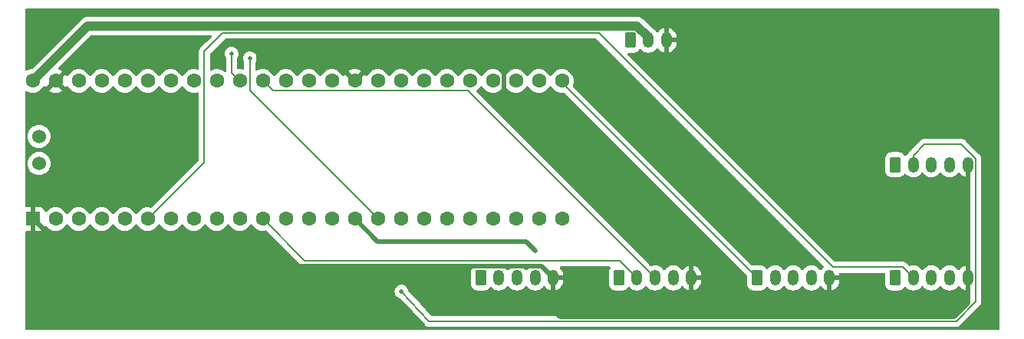
<source format=gtl>
%TF.GenerationSoftware,KiCad,Pcbnew,8.0.0*%
%TF.CreationDate,2025-02-04T21:38:50+01:00*%
%TF.ProjectId,ni404,6e693430-342e-46b6-9963-61645f706362,rev?*%
%TF.SameCoordinates,Original*%
%TF.FileFunction,Copper,L1,Top*%
%TF.FilePolarity,Positive*%
%FSLAX46Y46*%
G04 Gerber Fmt 4.6, Leading zero omitted, Abs format (unit mm)*
G04 Created by KiCad (PCBNEW 8.0.0) date 2025-02-04 21:38:50*
%MOMM*%
%LPD*%
G01*
G04 APERTURE LIST*
G04 Aperture macros list*
%AMRoundRect*
0 Rectangle with rounded corners*
0 $1 Rounding radius*
0 $2 $3 $4 $5 $6 $7 $8 $9 X,Y pos of 4 corners*
0 Add a 4 corners polygon primitive as box body*
4,1,4,$2,$3,$4,$5,$6,$7,$8,$9,$2,$3,0*
0 Add four circle primitives for the rounded corners*
1,1,$1+$1,$2,$3*
1,1,$1+$1,$4,$5*
1,1,$1+$1,$6,$7*
1,1,$1+$1,$8,$9*
0 Add four rect primitives between the rounded corners*
20,1,$1+$1,$2,$3,$4,$5,0*
20,1,$1+$1,$4,$5,$6,$7,0*
20,1,$1+$1,$6,$7,$8,$9,0*
20,1,$1+$1,$8,$9,$2,$3,0*%
G04 Aperture macros list end*
%TA.AperFunction,ComponentPad*%
%ADD10R,1.600000X1.600000*%
%TD*%
%TA.AperFunction,ComponentPad*%
%ADD11C,1.600000*%
%TD*%
%TA.AperFunction,ComponentPad*%
%ADD12C,1.524000*%
%TD*%
%TA.AperFunction,ComponentPad*%
%ADD13RoundRect,0.250000X-0.350000X-0.625000X0.350000X-0.625000X0.350000X0.625000X-0.350000X0.625000X0*%
%TD*%
%TA.AperFunction,ComponentPad*%
%ADD14O,1.200000X1.750000*%
%TD*%
%TA.AperFunction,ViaPad*%
%ADD15C,0.500000*%
%TD*%
%TA.AperFunction,Conductor*%
%ADD16C,0.500000*%
%TD*%
%TA.AperFunction,Conductor*%
%ADD17C,0.200000*%
%TD*%
%TA.AperFunction,Conductor*%
%ADD18C,1.000000*%
%TD*%
G04 APERTURE END LIST*
D10*
X32290000Y-48740000D03*
D11*
X34830000Y-48740000D03*
X37370000Y-48740000D03*
X39910000Y-48740000D03*
X42450000Y-48740000D03*
X44990000Y-48740000D03*
X47530000Y-48740000D03*
X50070000Y-48740000D03*
X52610000Y-48740000D03*
X55150000Y-48740000D03*
X57690000Y-48740000D03*
X60230000Y-48740000D03*
X62770000Y-48740000D03*
X65310000Y-48740000D03*
X67850000Y-48740000D03*
X70390000Y-48740000D03*
X72930000Y-48740000D03*
X75470000Y-48740000D03*
X78010000Y-48740000D03*
X80550000Y-48740000D03*
X83090000Y-48740000D03*
X85630000Y-48740000D03*
X88170000Y-48740000D03*
X90710000Y-48740000D03*
X90710000Y-33500000D03*
X88170000Y-33500000D03*
X85630000Y-33500000D03*
X83090000Y-33500000D03*
X80550000Y-33500000D03*
X78010000Y-33500000D03*
X75470000Y-33500000D03*
X72930000Y-33500000D03*
X70390000Y-33500000D03*
X67850000Y-33500000D03*
X65310000Y-33500000D03*
X62770000Y-33500000D03*
X60230000Y-33500000D03*
X57690000Y-33500000D03*
X55150000Y-33500000D03*
X52610000Y-33500000D03*
X50070000Y-33500000D03*
X47530000Y-33500000D03*
X44990000Y-33500000D03*
X42450000Y-33500000D03*
X39910000Y-33500000D03*
X37370000Y-33500000D03*
X34830000Y-33500000D03*
X32290000Y-33500000D03*
D12*
X33000000Y-39620000D03*
X33000000Y-42620000D03*
D13*
X112250000Y-55250000D03*
D14*
X114250000Y-55250000D03*
X116250000Y-55250000D03*
X118250000Y-55250000D03*
X120250000Y-55250000D03*
X135500000Y-42750000D03*
X133500000Y-42750000D03*
X131500000Y-42750000D03*
X129500000Y-42750000D03*
D13*
X127500000Y-42750000D03*
X81750000Y-55250000D03*
D14*
X83750000Y-55250000D03*
X85750000Y-55250000D03*
X87750000Y-55250000D03*
X89750000Y-55250000D03*
D13*
X98250000Y-29000000D03*
D14*
X100250000Y-29000000D03*
X102250000Y-29000000D03*
X135500000Y-55250000D03*
X133500000Y-55250000D03*
X131500000Y-55250000D03*
X129500000Y-55250000D03*
D13*
X127500000Y-55250000D03*
X97000000Y-55250000D03*
D14*
X99000000Y-55250000D03*
X101000000Y-55250000D03*
X103000000Y-55250000D03*
X105000000Y-55250000D03*
D15*
X87750000Y-52250000D03*
X54250000Y-30500000D03*
X56250000Y-31000000D03*
X73000000Y-56750000D03*
D16*
X87750000Y-52250000D02*
X86750000Y-51250000D01*
X86750000Y-51250000D02*
X70360000Y-51250000D01*
X70360000Y-51250000D02*
X67850000Y-48740000D01*
D17*
X130750000Y-40500000D02*
X134797792Y-40500000D01*
X136400000Y-42102208D02*
X136400000Y-57877817D01*
X134797792Y-40500000D02*
X136400000Y-42102208D01*
X129500000Y-41750000D02*
X130750000Y-40500000D01*
X129500000Y-42750000D02*
X129500000Y-41750000D01*
X136400000Y-57877817D02*
X134227817Y-60050000D01*
X134227817Y-60050000D02*
X76050000Y-60050000D01*
X76050000Y-60050000D02*
X73000000Y-56750000D01*
D16*
X69600000Y-31750000D02*
X83500000Y-31750000D01*
X83500000Y-31750000D02*
X84340000Y-32590000D01*
X84340000Y-32590000D02*
X84340000Y-35590000D01*
X67850000Y-33500000D02*
X69600000Y-31750000D01*
X105000000Y-53750000D02*
X105000000Y-55250000D01*
X84340000Y-35590000D02*
X85250000Y-36500000D01*
X85250000Y-36500000D02*
X87750000Y-36500000D01*
X87750000Y-36500000D02*
X105000000Y-53750000D01*
D17*
X129500000Y-55250000D02*
X128325000Y-54075000D01*
X53275000Y-28225000D02*
X51250000Y-30250000D01*
X128325000Y-54075000D02*
X120622792Y-54075000D01*
X94772792Y-28225000D02*
X53275000Y-28225000D01*
X120622792Y-54075000D02*
X94772792Y-28225000D01*
X51250000Y-30250000D02*
X51250000Y-42480000D01*
X51250000Y-42480000D02*
X44990000Y-48740000D01*
X54250000Y-30500000D02*
X54250000Y-32600000D01*
X54250000Y-32600000D02*
X55150000Y-33500000D01*
X56250000Y-31000000D02*
X56250000Y-34600000D01*
X56250000Y-34600000D02*
X70390000Y-48740000D01*
X112250000Y-55250000D02*
X90710000Y-33710000D01*
X90710000Y-33710000D02*
X90710000Y-33500000D01*
X101000000Y-55250000D02*
X80350000Y-34600000D01*
X80350000Y-34600000D02*
X58790000Y-34600000D01*
X58790000Y-34600000D02*
X57690000Y-33500000D01*
X99000000Y-55250000D02*
X97125000Y-53375000D01*
X97125000Y-53375000D02*
X62325000Y-53375000D01*
X62325000Y-53375000D02*
X57690000Y-48740000D01*
D18*
X32290000Y-33500000D02*
X38365000Y-27425000D01*
X99000430Y-27425000D02*
X100250000Y-28674570D01*
X38365000Y-27425000D02*
X99000430Y-27425000D01*
X100250000Y-28674570D02*
X100250000Y-29000000D01*
D16*
X89750000Y-55250000D02*
X88425000Y-53925000D01*
X88425000Y-53925000D02*
X37475000Y-53925000D01*
X37475000Y-53925000D02*
X32290000Y-48740000D01*
X135500000Y-42750000D02*
X135500000Y-55250000D01*
X90500000Y-59500000D02*
X105000000Y-59500000D01*
X105000000Y-59500000D02*
X120250000Y-59500000D01*
X105000000Y-55250000D02*
X105000000Y-59500000D01*
X120250000Y-59500000D02*
X134000000Y-59500000D01*
X120250000Y-55250000D02*
X120250000Y-59500000D01*
X89750000Y-55250000D02*
X89750000Y-58750000D01*
X134000000Y-59500000D02*
X135500000Y-58000000D01*
X89750000Y-58750000D02*
X90500000Y-59500000D01*
X135500000Y-58000000D02*
X135500000Y-55250000D01*
D17*
X65310000Y-48740000D02*
X65020000Y-48740000D01*
D16*
X34830000Y-33210000D02*
X34830000Y-33500000D01*
D18*
X32290000Y-33210000D02*
X32290000Y-33500000D01*
D17*
X39910000Y-49030000D02*
X39910000Y-48740000D01*
X47530000Y-48740000D02*
X47240000Y-48740000D01*
%TA.AperFunction,Conductor*%
G36*
X138922539Y-25560185D02*
G01*
X138968294Y-25612989D01*
X138979500Y-25664500D01*
X138979500Y-60875500D01*
X138959815Y-60942539D01*
X138907011Y-60988294D01*
X138855500Y-60999500D01*
X31604500Y-60999500D01*
X31537461Y-60979815D01*
X31491706Y-60927011D01*
X31480500Y-60875500D01*
X31480500Y-50164000D01*
X31500185Y-50096961D01*
X31552989Y-50051206D01*
X31604500Y-50040000D01*
X32040000Y-50040000D01*
X32040000Y-49230747D01*
X32077708Y-49252518D01*
X32217591Y-49290000D01*
X32362409Y-49290000D01*
X32502292Y-49252518D01*
X32540000Y-49230747D01*
X32540000Y-50040000D01*
X33137828Y-50040000D01*
X33137844Y-50039999D01*
X33197372Y-50033598D01*
X33197379Y-50033596D01*
X33332086Y-49983354D01*
X33332093Y-49983350D01*
X33447187Y-49897190D01*
X33447190Y-49897187D01*
X33533350Y-49782093D01*
X33533354Y-49782086D01*
X33583596Y-49647380D01*
X33587424Y-49611781D01*
X33614162Y-49547230D01*
X33671555Y-49507382D01*
X33741380Y-49504888D01*
X33801469Y-49540540D01*
X33812289Y-49553912D01*
X33829956Y-49579143D01*
X33990858Y-49740045D01*
X33990861Y-49740047D01*
X34177266Y-49870568D01*
X34383504Y-49966739D01*
X34603308Y-50025635D01*
X34745361Y-50038063D01*
X34829998Y-50045468D01*
X34830000Y-50045468D01*
X34830002Y-50045468D01*
X34892511Y-50039999D01*
X35056692Y-50025635D01*
X35276496Y-49966739D01*
X35482734Y-49870568D01*
X35669139Y-49740047D01*
X35830047Y-49579139D01*
X35960568Y-49392734D01*
X35987618Y-49334724D01*
X36033790Y-49282285D01*
X36100983Y-49263133D01*
X36167865Y-49283348D01*
X36212382Y-49334725D01*
X36239429Y-49392728D01*
X36239432Y-49392734D01*
X36369954Y-49579141D01*
X36530858Y-49740045D01*
X36530861Y-49740047D01*
X36717266Y-49870568D01*
X36923504Y-49966739D01*
X37143308Y-50025635D01*
X37285361Y-50038063D01*
X37369998Y-50045468D01*
X37370000Y-50045468D01*
X37370002Y-50045468D01*
X37432511Y-50039999D01*
X37596692Y-50025635D01*
X37816496Y-49966739D01*
X38022734Y-49870568D01*
X38209139Y-49740047D01*
X38370047Y-49579139D01*
X38500568Y-49392734D01*
X38527618Y-49334724D01*
X38573790Y-49282285D01*
X38640983Y-49263133D01*
X38707865Y-49283348D01*
X38752382Y-49334725D01*
X38779429Y-49392728D01*
X38779432Y-49392734D01*
X38909954Y-49579141D01*
X39070858Y-49740045D01*
X39070861Y-49740047D01*
X39257266Y-49870568D01*
X39463504Y-49966739D01*
X39683308Y-50025635D01*
X39825361Y-50038063D01*
X39909998Y-50045468D01*
X39910000Y-50045468D01*
X39910002Y-50045468D01*
X39972511Y-50039999D01*
X40136692Y-50025635D01*
X40356496Y-49966739D01*
X40562734Y-49870568D01*
X40749139Y-49740047D01*
X40910047Y-49579139D01*
X41040568Y-49392734D01*
X41067618Y-49334724D01*
X41113790Y-49282285D01*
X41180983Y-49263133D01*
X41247865Y-49283348D01*
X41292382Y-49334725D01*
X41319429Y-49392728D01*
X41319432Y-49392734D01*
X41449954Y-49579141D01*
X41610858Y-49740045D01*
X41610861Y-49740047D01*
X41797266Y-49870568D01*
X42003504Y-49966739D01*
X42223308Y-50025635D01*
X42365361Y-50038063D01*
X42449998Y-50045468D01*
X42450000Y-50045468D01*
X42450002Y-50045468D01*
X42512511Y-50039999D01*
X42676692Y-50025635D01*
X42896496Y-49966739D01*
X43102734Y-49870568D01*
X43289139Y-49740047D01*
X43450047Y-49579139D01*
X43580568Y-49392734D01*
X43607618Y-49334724D01*
X43653790Y-49282285D01*
X43720983Y-49263133D01*
X43787865Y-49283348D01*
X43832382Y-49334725D01*
X43859429Y-49392728D01*
X43859432Y-49392734D01*
X43989954Y-49579141D01*
X44150858Y-49740045D01*
X44150861Y-49740047D01*
X44337266Y-49870568D01*
X44543504Y-49966739D01*
X44763308Y-50025635D01*
X44905361Y-50038063D01*
X44989998Y-50045468D01*
X44990000Y-50045468D01*
X44990002Y-50045468D01*
X45052511Y-50039999D01*
X45216692Y-50025635D01*
X45436496Y-49966739D01*
X45642734Y-49870568D01*
X45829139Y-49740047D01*
X45990047Y-49579139D01*
X46120568Y-49392734D01*
X46147618Y-49334724D01*
X46193790Y-49282285D01*
X46260983Y-49263133D01*
X46327865Y-49283348D01*
X46372382Y-49334725D01*
X46399429Y-49392728D01*
X46399432Y-49392734D01*
X46529954Y-49579141D01*
X46690858Y-49740045D01*
X46690861Y-49740047D01*
X46877266Y-49870568D01*
X47083504Y-49966739D01*
X47303308Y-50025635D01*
X47445361Y-50038063D01*
X47529998Y-50045468D01*
X47530000Y-50045468D01*
X47530002Y-50045468D01*
X47592511Y-50039999D01*
X47756692Y-50025635D01*
X47976496Y-49966739D01*
X48182734Y-49870568D01*
X48369139Y-49740047D01*
X48530047Y-49579139D01*
X48660568Y-49392734D01*
X48687618Y-49334724D01*
X48733790Y-49282285D01*
X48800983Y-49263133D01*
X48867865Y-49283348D01*
X48912382Y-49334725D01*
X48939429Y-49392728D01*
X48939432Y-49392734D01*
X49069954Y-49579141D01*
X49230858Y-49740045D01*
X49230861Y-49740047D01*
X49417266Y-49870568D01*
X49623504Y-49966739D01*
X49843308Y-50025635D01*
X49985361Y-50038063D01*
X50069998Y-50045468D01*
X50070000Y-50045468D01*
X50070002Y-50045468D01*
X50132511Y-50039999D01*
X50296692Y-50025635D01*
X50516496Y-49966739D01*
X50722734Y-49870568D01*
X50909139Y-49740047D01*
X51070047Y-49579139D01*
X51200568Y-49392734D01*
X51227618Y-49334724D01*
X51273790Y-49282285D01*
X51340983Y-49263133D01*
X51407865Y-49283348D01*
X51452382Y-49334725D01*
X51479429Y-49392728D01*
X51479432Y-49392734D01*
X51609954Y-49579141D01*
X51770858Y-49740045D01*
X51770861Y-49740047D01*
X51957266Y-49870568D01*
X52163504Y-49966739D01*
X52383308Y-50025635D01*
X52525361Y-50038063D01*
X52609998Y-50045468D01*
X52610000Y-50045468D01*
X52610002Y-50045468D01*
X52672511Y-50039999D01*
X52836692Y-50025635D01*
X53056496Y-49966739D01*
X53262734Y-49870568D01*
X53449139Y-49740047D01*
X53610047Y-49579139D01*
X53740568Y-49392734D01*
X53767618Y-49334724D01*
X53813790Y-49282285D01*
X53880983Y-49263133D01*
X53947865Y-49283348D01*
X53992382Y-49334725D01*
X54019429Y-49392728D01*
X54019432Y-49392734D01*
X54149954Y-49579141D01*
X54310858Y-49740045D01*
X54310861Y-49740047D01*
X54497266Y-49870568D01*
X54703504Y-49966739D01*
X54923308Y-50025635D01*
X55065361Y-50038063D01*
X55149998Y-50045468D01*
X55150000Y-50045468D01*
X55150002Y-50045468D01*
X55212511Y-50039999D01*
X55376692Y-50025635D01*
X55596496Y-49966739D01*
X55802734Y-49870568D01*
X55989139Y-49740047D01*
X56150047Y-49579139D01*
X56280568Y-49392734D01*
X56307618Y-49334724D01*
X56353790Y-49282285D01*
X56420983Y-49263133D01*
X56487865Y-49283348D01*
X56532382Y-49334725D01*
X56559429Y-49392728D01*
X56559432Y-49392734D01*
X56689954Y-49579141D01*
X56850858Y-49740045D01*
X56850861Y-49740047D01*
X57037266Y-49870568D01*
X57243504Y-49966739D01*
X57463308Y-50025635D01*
X57605361Y-50038063D01*
X57689998Y-50045468D01*
X57690000Y-50045468D01*
X57690002Y-50045468D01*
X57752511Y-50039999D01*
X57916692Y-50025635D01*
X58012932Y-49999847D01*
X58082781Y-50001510D01*
X58132706Y-50031941D01*
X61840139Y-53739374D01*
X61840149Y-53739385D01*
X61844479Y-53743715D01*
X61844480Y-53743716D01*
X61956284Y-53855520D01*
X62036094Y-53901598D01*
X62093215Y-53934577D01*
X62245943Y-53975501D01*
X62245946Y-53975501D01*
X62411653Y-53975501D01*
X62411669Y-53975500D01*
X80696659Y-53975500D01*
X80763698Y-53995185D01*
X80809453Y-54047989D01*
X80819397Y-54117147D01*
X80802198Y-54164596D01*
X80715189Y-54305659D01*
X80715185Y-54305668D01*
X80698155Y-54357061D01*
X80660001Y-54472203D01*
X80660001Y-54472204D01*
X80660000Y-54472204D01*
X80649500Y-54574983D01*
X80649500Y-55925001D01*
X80649501Y-55925018D01*
X80660000Y-56027796D01*
X80660001Y-56027799D01*
X80715185Y-56194331D01*
X80715187Y-56194336D01*
X80738870Y-56232732D01*
X80807288Y-56343656D01*
X80931344Y-56467712D01*
X81080666Y-56559814D01*
X81247203Y-56614999D01*
X81349991Y-56625500D01*
X82150008Y-56625499D01*
X82150016Y-56625498D01*
X82150019Y-56625498D01*
X82206302Y-56619748D01*
X82252797Y-56614999D01*
X82419334Y-56559814D01*
X82568656Y-56467712D01*
X82692712Y-56343656D01*
X82732310Y-56279456D01*
X82784258Y-56232732D01*
X82853220Y-56221509D01*
X82917303Y-56249352D01*
X82925530Y-56256872D01*
X83033072Y-56364414D01*
X83173212Y-56466232D01*
X83327555Y-56544873D01*
X83492299Y-56598402D01*
X83663389Y-56625500D01*
X83663390Y-56625500D01*
X83836610Y-56625500D01*
X83836611Y-56625500D01*
X84007701Y-56598402D01*
X84172445Y-56544873D01*
X84326788Y-56466232D01*
X84466928Y-56364414D01*
X84589414Y-56241928D01*
X84649682Y-56158975D01*
X84705012Y-56116311D01*
X84774626Y-56110332D01*
X84836421Y-56142938D01*
X84850315Y-56158973D01*
X84910586Y-56241928D01*
X85033072Y-56364414D01*
X85173212Y-56466232D01*
X85327555Y-56544873D01*
X85492299Y-56598402D01*
X85663389Y-56625500D01*
X85663390Y-56625500D01*
X85836610Y-56625500D01*
X85836611Y-56625500D01*
X86007701Y-56598402D01*
X86172445Y-56544873D01*
X86326788Y-56466232D01*
X86466928Y-56364414D01*
X86589414Y-56241928D01*
X86649682Y-56158975D01*
X86705012Y-56116311D01*
X86774626Y-56110332D01*
X86836421Y-56142938D01*
X86850315Y-56158973D01*
X86910586Y-56241928D01*
X87033072Y-56364414D01*
X87173212Y-56466232D01*
X87327555Y-56544873D01*
X87492299Y-56598402D01*
X87663389Y-56625500D01*
X87663390Y-56625500D01*
X87836610Y-56625500D01*
X87836611Y-56625500D01*
X88007701Y-56598402D01*
X88172445Y-56544873D01*
X88326788Y-56466232D01*
X88466928Y-56364414D01*
X88589414Y-56241928D01*
X88649991Y-56158550D01*
X88705321Y-56115885D01*
X88774934Y-56109906D01*
X88836729Y-56142512D01*
X88850628Y-56158551D01*
X88910967Y-56241602D01*
X89033397Y-56364032D01*
X89173475Y-56465804D01*
X89327744Y-56544408D01*
X89492415Y-56597914D01*
X89492414Y-56597914D01*
X89499999Y-56599115D01*
X89500000Y-56599114D01*
X89500000Y-55530330D01*
X89519745Y-55550075D01*
X89605255Y-55599444D01*
X89700630Y-55625000D01*
X89799370Y-55625000D01*
X89894745Y-55599444D01*
X89980255Y-55550075D01*
X90000000Y-55530330D01*
X90000000Y-56599115D01*
X90007584Y-56597914D01*
X90172255Y-56544408D01*
X90326524Y-56465804D01*
X90466602Y-56364032D01*
X90589032Y-56241602D01*
X90690804Y-56101524D01*
X90769408Y-55947257D01*
X90822914Y-55782584D01*
X90850000Y-55611571D01*
X90850000Y-55500000D01*
X90030330Y-55500000D01*
X90050075Y-55480255D01*
X90099444Y-55394745D01*
X90125000Y-55299370D01*
X90125000Y-55200630D01*
X90099444Y-55105255D01*
X90050075Y-55019745D01*
X90030330Y-55000000D01*
X90850000Y-55000000D01*
X90850000Y-54888428D01*
X90822914Y-54717415D01*
X90769408Y-54552742D01*
X90690804Y-54398475D01*
X90589032Y-54258397D01*
X90517816Y-54187181D01*
X90484331Y-54125858D01*
X90489315Y-54056166D01*
X90531187Y-54000233D01*
X90596651Y-53975816D01*
X90605497Y-53975500D01*
X95946659Y-53975500D01*
X96013698Y-53995185D01*
X96059453Y-54047989D01*
X96069397Y-54117147D01*
X96052198Y-54164596D01*
X95965189Y-54305659D01*
X95965185Y-54305668D01*
X95948155Y-54357061D01*
X95910001Y-54472203D01*
X95910001Y-54472204D01*
X95910000Y-54472204D01*
X95899500Y-54574983D01*
X95899500Y-55925001D01*
X95899501Y-55925018D01*
X95910000Y-56027796D01*
X95910001Y-56027799D01*
X95965185Y-56194331D01*
X95965187Y-56194336D01*
X95988870Y-56232732D01*
X96057288Y-56343656D01*
X96181344Y-56467712D01*
X96330666Y-56559814D01*
X96497203Y-56614999D01*
X96599991Y-56625500D01*
X97400008Y-56625499D01*
X97400016Y-56625498D01*
X97400019Y-56625498D01*
X97456302Y-56619748D01*
X97502797Y-56614999D01*
X97669334Y-56559814D01*
X97818656Y-56467712D01*
X97942712Y-56343656D01*
X97982310Y-56279456D01*
X98034258Y-56232732D01*
X98103220Y-56221509D01*
X98167303Y-56249352D01*
X98175530Y-56256872D01*
X98283072Y-56364414D01*
X98423212Y-56466232D01*
X98577555Y-56544873D01*
X98742299Y-56598402D01*
X98913389Y-56625500D01*
X98913390Y-56625500D01*
X99086610Y-56625500D01*
X99086611Y-56625500D01*
X99257701Y-56598402D01*
X99422445Y-56544873D01*
X99576788Y-56466232D01*
X99716928Y-56364414D01*
X99839414Y-56241928D01*
X99899682Y-56158975D01*
X99955012Y-56116311D01*
X100024626Y-56110332D01*
X100086421Y-56142938D01*
X100100315Y-56158973D01*
X100160586Y-56241928D01*
X100283072Y-56364414D01*
X100423212Y-56466232D01*
X100577555Y-56544873D01*
X100742299Y-56598402D01*
X100913389Y-56625500D01*
X100913390Y-56625500D01*
X101086610Y-56625500D01*
X101086611Y-56625500D01*
X101257701Y-56598402D01*
X101422445Y-56544873D01*
X101576788Y-56466232D01*
X101716928Y-56364414D01*
X101839414Y-56241928D01*
X101899682Y-56158975D01*
X101955012Y-56116311D01*
X102024626Y-56110332D01*
X102086421Y-56142938D01*
X102100315Y-56158973D01*
X102160586Y-56241928D01*
X102283072Y-56364414D01*
X102423212Y-56466232D01*
X102577555Y-56544873D01*
X102742299Y-56598402D01*
X102913389Y-56625500D01*
X102913390Y-56625500D01*
X103086610Y-56625500D01*
X103086611Y-56625500D01*
X103257701Y-56598402D01*
X103422445Y-56544873D01*
X103576788Y-56466232D01*
X103716928Y-56364414D01*
X103839414Y-56241928D01*
X103899991Y-56158550D01*
X103955321Y-56115885D01*
X104024934Y-56109906D01*
X104086729Y-56142512D01*
X104100628Y-56158551D01*
X104160967Y-56241602D01*
X104283397Y-56364032D01*
X104423475Y-56465804D01*
X104577744Y-56544408D01*
X104742415Y-56597914D01*
X104742414Y-56597914D01*
X104749999Y-56599115D01*
X104750000Y-56599114D01*
X104750000Y-55530330D01*
X104769745Y-55550075D01*
X104855255Y-55599444D01*
X104950630Y-55625000D01*
X105049370Y-55625000D01*
X105144745Y-55599444D01*
X105230255Y-55550075D01*
X105250000Y-55530330D01*
X105250000Y-56599115D01*
X105257584Y-56597914D01*
X105422255Y-56544408D01*
X105576524Y-56465804D01*
X105716602Y-56364032D01*
X105839032Y-56241602D01*
X105940804Y-56101524D01*
X106019408Y-55947257D01*
X106072914Y-55782584D01*
X106100000Y-55611571D01*
X106100000Y-55500000D01*
X105280330Y-55500000D01*
X105300075Y-55480255D01*
X105349444Y-55394745D01*
X105375000Y-55299370D01*
X105375000Y-55200630D01*
X105349444Y-55105255D01*
X105300075Y-55019745D01*
X105280330Y-55000000D01*
X106100000Y-55000000D01*
X106100000Y-54888428D01*
X106072914Y-54717415D01*
X106019408Y-54552742D01*
X105940804Y-54398475D01*
X105839032Y-54258397D01*
X105716602Y-54135967D01*
X105576524Y-54034195D01*
X105422257Y-53955591D01*
X105257589Y-53902087D01*
X105257581Y-53902085D01*
X105250000Y-53900884D01*
X105250000Y-54969670D01*
X105230255Y-54949925D01*
X105144745Y-54900556D01*
X105049370Y-54875000D01*
X104950630Y-54875000D01*
X104855255Y-54900556D01*
X104769745Y-54949925D01*
X104750000Y-54969670D01*
X104750000Y-53900884D01*
X104749999Y-53900884D01*
X104742418Y-53902085D01*
X104742410Y-53902087D01*
X104577742Y-53955591D01*
X104423475Y-54034195D01*
X104283397Y-54135967D01*
X104160965Y-54258399D01*
X104160961Y-54258404D01*
X104100627Y-54341448D01*
X104045297Y-54384114D01*
X103975684Y-54390093D01*
X103913889Y-54357488D01*
X103899991Y-54341449D01*
X103899990Y-54341448D01*
X103839414Y-54258072D01*
X103716928Y-54135586D01*
X103576788Y-54033768D01*
X103422445Y-53955127D01*
X103257701Y-53901598D01*
X103257699Y-53901597D01*
X103257698Y-53901597D01*
X103122688Y-53880214D01*
X103086611Y-53874500D01*
X102913389Y-53874500D01*
X102881192Y-53879599D01*
X102742301Y-53901597D01*
X102742302Y-53901597D01*
X102577552Y-53955128D01*
X102423211Y-54033768D01*
X102343256Y-54091859D01*
X102283072Y-54135586D01*
X102283070Y-54135588D01*
X102283069Y-54135588D01*
X102160588Y-54258069D01*
X102160581Y-54258078D01*
X102100317Y-54341023D01*
X102044987Y-54383689D01*
X101975374Y-54389667D01*
X101913579Y-54357061D01*
X101899683Y-54341023D01*
X101839655Y-54258404D01*
X101839414Y-54258072D01*
X101716928Y-54135586D01*
X101576788Y-54033768D01*
X101422445Y-53955127D01*
X101257701Y-53901598D01*
X101257699Y-53901597D01*
X101257698Y-53901597D01*
X101122688Y-53880214D01*
X101086611Y-53874500D01*
X100913389Y-53874500D01*
X100881192Y-53879599D01*
X100742301Y-53901597D01*
X100742297Y-53901598D01*
X100632316Y-53937333D01*
X100562475Y-53939328D01*
X100506318Y-53907083D01*
X81323149Y-34723914D01*
X81289664Y-34662591D01*
X81294648Y-34592899D01*
X81336520Y-34536966D01*
X81339629Y-34534713D01*
X81389139Y-34500047D01*
X81550047Y-34339139D01*
X81680568Y-34152734D01*
X81707618Y-34094724D01*
X81753790Y-34042285D01*
X81820983Y-34023133D01*
X81887865Y-34043348D01*
X81932382Y-34094725D01*
X81959429Y-34152728D01*
X81959432Y-34152734D01*
X82089954Y-34339141D01*
X82250858Y-34500045D01*
X82250861Y-34500047D01*
X82437266Y-34630568D01*
X82643504Y-34726739D01*
X82643509Y-34726740D01*
X82643511Y-34726741D01*
X82672797Y-34734588D01*
X82863308Y-34785635D01*
X83005361Y-34798063D01*
X83089998Y-34805468D01*
X83090000Y-34805468D01*
X83090002Y-34805468D01*
X83146673Y-34800509D01*
X83316692Y-34785635D01*
X83536496Y-34726739D01*
X83742734Y-34630568D01*
X83929139Y-34500047D01*
X84090047Y-34339139D01*
X84220568Y-34152734D01*
X84247618Y-34094724D01*
X84293790Y-34042285D01*
X84360983Y-34023133D01*
X84427865Y-34043348D01*
X84472382Y-34094725D01*
X84499429Y-34152728D01*
X84499432Y-34152734D01*
X84629954Y-34339141D01*
X84790858Y-34500045D01*
X84790861Y-34500047D01*
X84977266Y-34630568D01*
X85183504Y-34726739D01*
X85183509Y-34726740D01*
X85183511Y-34726741D01*
X85212797Y-34734588D01*
X85403308Y-34785635D01*
X85545361Y-34798063D01*
X85629998Y-34805468D01*
X85630000Y-34805468D01*
X85630002Y-34805468D01*
X85686673Y-34800509D01*
X85856692Y-34785635D01*
X86076496Y-34726739D01*
X86282734Y-34630568D01*
X86469139Y-34500047D01*
X86630047Y-34339139D01*
X86760568Y-34152734D01*
X86787618Y-34094724D01*
X86833790Y-34042285D01*
X86900983Y-34023133D01*
X86967865Y-34043348D01*
X87012382Y-34094725D01*
X87039429Y-34152728D01*
X87039432Y-34152734D01*
X87169954Y-34339141D01*
X87330858Y-34500045D01*
X87330861Y-34500047D01*
X87517266Y-34630568D01*
X87723504Y-34726739D01*
X87723509Y-34726740D01*
X87723511Y-34726741D01*
X87752797Y-34734588D01*
X87943308Y-34785635D01*
X88085361Y-34798063D01*
X88169998Y-34805468D01*
X88170000Y-34805468D01*
X88170002Y-34805468D01*
X88226673Y-34800509D01*
X88396692Y-34785635D01*
X88616496Y-34726739D01*
X88822734Y-34630568D01*
X89009139Y-34500047D01*
X89170047Y-34339139D01*
X89300568Y-34152734D01*
X89327618Y-34094724D01*
X89373790Y-34042285D01*
X89440983Y-34023133D01*
X89507865Y-34043348D01*
X89552382Y-34094725D01*
X89579429Y-34152728D01*
X89579432Y-34152734D01*
X89709954Y-34339141D01*
X89870858Y-34500045D01*
X89870861Y-34500047D01*
X90057266Y-34630568D01*
X90263504Y-34726739D01*
X90263509Y-34726740D01*
X90263511Y-34726741D01*
X90292797Y-34734588D01*
X90483308Y-34785635D01*
X90625361Y-34798063D01*
X90709998Y-34805468D01*
X90710000Y-34805468D01*
X90710001Y-34805468D01*
X90727626Y-34803925D01*
X90878822Y-34790697D01*
X90947320Y-34804463D01*
X90977309Y-34826544D01*
X111113181Y-54962416D01*
X111146666Y-55023739D01*
X111149500Y-55050097D01*
X111149500Y-55925001D01*
X111149501Y-55925019D01*
X111160000Y-56027796D01*
X111160001Y-56027799D01*
X111215185Y-56194331D01*
X111215187Y-56194336D01*
X111238870Y-56232732D01*
X111307288Y-56343656D01*
X111431344Y-56467712D01*
X111580666Y-56559814D01*
X111747203Y-56614999D01*
X111849991Y-56625500D01*
X112650008Y-56625499D01*
X112650016Y-56625498D01*
X112650019Y-56625498D01*
X112706302Y-56619748D01*
X112752797Y-56614999D01*
X112919334Y-56559814D01*
X113068656Y-56467712D01*
X113192712Y-56343656D01*
X113232310Y-56279456D01*
X113284258Y-56232732D01*
X113353220Y-56221509D01*
X113417303Y-56249352D01*
X113425530Y-56256872D01*
X113533072Y-56364414D01*
X113673212Y-56466232D01*
X113827555Y-56544873D01*
X113992299Y-56598402D01*
X114163389Y-56625500D01*
X114163390Y-56625500D01*
X114336610Y-56625500D01*
X114336611Y-56625500D01*
X114507701Y-56598402D01*
X114672445Y-56544873D01*
X114826788Y-56466232D01*
X114966928Y-56364414D01*
X115089414Y-56241928D01*
X115149682Y-56158975D01*
X115205012Y-56116311D01*
X115274626Y-56110332D01*
X115336421Y-56142938D01*
X115350315Y-56158973D01*
X115410586Y-56241928D01*
X115533072Y-56364414D01*
X115673212Y-56466232D01*
X115827555Y-56544873D01*
X115992299Y-56598402D01*
X116163389Y-56625500D01*
X116163390Y-56625500D01*
X116336610Y-56625500D01*
X116336611Y-56625500D01*
X116507701Y-56598402D01*
X116672445Y-56544873D01*
X116826788Y-56466232D01*
X116966928Y-56364414D01*
X117089414Y-56241928D01*
X117149682Y-56158975D01*
X117205012Y-56116311D01*
X117274626Y-56110332D01*
X117336421Y-56142938D01*
X117350315Y-56158973D01*
X117410586Y-56241928D01*
X117533072Y-56364414D01*
X117673212Y-56466232D01*
X117827555Y-56544873D01*
X117992299Y-56598402D01*
X118163389Y-56625500D01*
X118163390Y-56625500D01*
X118336610Y-56625500D01*
X118336611Y-56625500D01*
X118507701Y-56598402D01*
X118672445Y-56544873D01*
X118826788Y-56466232D01*
X118966928Y-56364414D01*
X119089414Y-56241928D01*
X119149991Y-56158550D01*
X119205321Y-56115885D01*
X119274934Y-56109906D01*
X119336729Y-56142512D01*
X119350628Y-56158551D01*
X119410967Y-56241602D01*
X119533397Y-56364032D01*
X119673475Y-56465804D01*
X119827744Y-56544408D01*
X119992415Y-56597914D01*
X119992414Y-56597914D01*
X119999999Y-56599115D01*
X120000000Y-56599114D01*
X120000000Y-55530330D01*
X120019745Y-55550075D01*
X120105255Y-55599444D01*
X120200630Y-55625000D01*
X120299370Y-55625000D01*
X120394745Y-55599444D01*
X120480255Y-55550075D01*
X120500000Y-55530330D01*
X120500000Y-56599115D01*
X120507584Y-56597914D01*
X120672255Y-56544408D01*
X120826524Y-56465804D01*
X120966602Y-56364032D01*
X121089032Y-56241602D01*
X121190804Y-56101524D01*
X121269408Y-55947257D01*
X121322914Y-55782584D01*
X121350000Y-55611571D01*
X121350000Y-55500000D01*
X120530330Y-55500000D01*
X120550075Y-55480255D01*
X120599444Y-55394745D01*
X120625000Y-55299370D01*
X120625000Y-55200630D01*
X120599444Y-55105255D01*
X120550075Y-55019745D01*
X120530330Y-55000000D01*
X121350000Y-55000000D01*
X121350000Y-54888429D01*
X121338987Y-54818898D01*
X121347941Y-54749605D01*
X121392937Y-54696153D01*
X121459689Y-54675513D01*
X121461460Y-54675500D01*
X126275500Y-54675500D01*
X126342539Y-54695185D01*
X126388294Y-54747989D01*
X126399500Y-54799500D01*
X126399500Y-55925001D01*
X126399501Y-55925018D01*
X126410000Y-56027796D01*
X126410001Y-56027799D01*
X126465185Y-56194331D01*
X126465187Y-56194336D01*
X126488870Y-56232732D01*
X126557288Y-56343656D01*
X126681344Y-56467712D01*
X126830666Y-56559814D01*
X126997203Y-56614999D01*
X127099991Y-56625500D01*
X127900008Y-56625499D01*
X127900016Y-56625498D01*
X127900019Y-56625498D01*
X127956302Y-56619748D01*
X128002797Y-56614999D01*
X128169334Y-56559814D01*
X128318656Y-56467712D01*
X128442712Y-56343656D01*
X128482310Y-56279456D01*
X128534258Y-56232732D01*
X128603220Y-56221509D01*
X128667303Y-56249352D01*
X128675530Y-56256872D01*
X128783072Y-56364414D01*
X128923212Y-56466232D01*
X129077555Y-56544873D01*
X129242299Y-56598402D01*
X129413389Y-56625500D01*
X129413390Y-56625500D01*
X129586610Y-56625500D01*
X129586611Y-56625500D01*
X129757701Y-56598402D01*
X129922445Y-56544873D01*
X130076788Y-56466232D01*
X130216928Y-56364414D01*
X130339414Y-56241928D01*
X130399682Y-56158975D01*
X130455012Y-56116311D01*
X130524626Y-56110332D01*
X130586421Y-56142938D01*
X130600315Y-56158973D01*
X130660586Y-56241928D01*
X130783072Y-56364414D01*
X130923212Y-56466232D01*
X131077555Y-56544873D01*
X131242299Y-56598402D01*
X131413389Y-56625500D01*
X131413390Y-56625500D01*
X131586610Y-56625500D01*
X131586611Y-56625500D01*
X131757701Y-56598402D01*
X131922445Y-56544873D01*
X132076788Y-56466232D01*
X132216928Y-56364414D01*
X132339414Y-56241928D01*
X132399682Y-56158975D01*
X132455012Y-56116311D01*
X132524626Y-56110332D01*
X132586421Y-56142938D01*
X132600315Y-56158973D01*
X132660586Y-56241928D01*
X132783072Y-56364414D01*
X132923212Y-56466232D01*
X133077555Y-56544873D01*
X133242299Y-56598402D01*
X133413389Y-56625500D01*
X133413390Y-56625500D01*
X133586610Y-56625500D01*
X133586611Y-56625500D01*
X133757701Y-56598402D01*
X133922445Y-56544873D01*
X134076788Y-56466232D01*
X134216928Y-56364414D01*
X134339414Y-56241928D01*
X134399991Y-56158550D01*
X134455321Y-56115885D01*
X134524934Y-56109906D01*
X134586729Y-56142512D01*
X134600628Y-56158551D01*
X134660967Y-56241602D01*
X134783397Y-56364032D01*
X134923475Y-56465804D01*
X135077744Y-56544408D01*
X135242415Y-56597914D01*
X135242414Y-56597914D01*
X135249999Y-56599115D01*
X135250000Y-56599114D01*
X135250000Y-55530330D01*
X135269745Y-55550075D01*
X135355255Y-55599444D01*
X135450630Y-55625000D01*
X135549370Y-55625000D01*
X135644745Y-55599444D01*
X135730255Y-55550075D01*
X135750000Y-55530330D01*
X135750000Y-56599114D01*
X135756032Y-56604266D01*
X135794225Y-56662773D01*
X135799500Y-56698556D01*
X135799500Y-57577719D01*
X135779815Y-57644758D01*
X135763181Y-57665400D01*
X134015401Y-59413181D01*
X133954078Y-59446666D01*
X133927720Y-59449500D01*
X76366938Y-59449500D01*
X76299899Y-59429815D01*
X76275875Y-59409664D01*
X75074301Y-58109601D01*
X73774180Y-56702913D01*
X73743135Y-56640321D01*
X73742028Y-56632669D01*
X73736313Y-56581941D01*
X73680456Y-56422310D01*
X73680453Y-56422305D01*
X73680452Y-56422302D01*
X73590481Y-56279115D01*
X73590476Y-56279109D01*
X73470890Y-56159523D01*
X73470884Y-56159518D01*
X73327697Y-56069547D01*
X73327694Y-56069545D01*
X73168056Y-56013685D01*
X73000003Y-55994751D01*
X72999997Y-55994751D01*
X72831943Y-56013685D01*
X72672305Y-56069545D01*
X72672302Y-56069547D01*
X72529115Y-56159518D01*
X72529109Y-56159523D01*
X72409523Y-56279109D01*
X72409518Y-56279115D01*
X72319547Y-56422302D01*
X72319545Y-56422305D01*
X72263685Y-56581943D01*
X72244751Y-56749997D01*
X72244751Y-56750002D01*
X72263685Y-56918056D01*
X72319545Y-57077694D01*
X72319547Y-57077697D01*
X72409518Y-57220884D01*
X72409523Y-57220890D01*
X72529109Y-57340476D01*
X72529115Y-57340481D01*
X72672302Y-57430452D01*
X72672305Y-57430454D01*
X72672309Y-57430455D01*
X72672310Y-57430456D01*
X72831941Y-57486313D01*
X72833667Y-57486707D01*
X72834669Y-57487267D01*
X72838514Y-57488613D01*
X72838278Y-57489286D01*
X72894646Y-57520815D01*
X72897140Y-57523435D01*
X75554088Y-60398164D01*
X75564496Y-60412296D01*
X75564533Y-60412268D01*
X75569482Y-60418718D01*
X75615290Y-60464526D01*
X75618671Y-60468043D01*
X75662662Y-60515640D01*
X75668915Y-60520841D01*
X75668885Y-60520877D01*
X75674810Y-60525611D01*
X75674839Y-60525574D01*
X75681281Y-60530517D01*
X75681284Y-60530520D01*
X75681287Y-60530521D01*
X75681290Y-60530524D01*
X75737398Y-60562918D01*
X75741565Y-60565433D01*
X75796382Y-60600026D01*
X75796384Y-60600026D01*
X75796385Y-60600027D01*
X75803769Y-60603432D01*
X75803749Y-60603475D01*
X75810685Y-60606509D01*
X75810704Y-60606466D01*
X75818211Y-60609575D01*
X75818213Y-60609575D01*
X75818216Y-60609577D01*
X75880829Y-60626354D01*
X75885438Y-60627686D01*
X75947381Y-60646926D01*
X75947383Y-60646926D01*
X75955392Y-60648303D01*
X75955384Y-60648349D01*
X75962880Y-60649486D01*
X75962887Y-60649439D01*
X75970943Y-60650500D01*
X76035723Y-60650500D01*
X76040601Y-60650596D01*
X76105371Y-60653146D01*
X76105371Y-60653145D01*
X76105373Y-60653146D01*
X76105374Y-60653145D01*
X76113467Y-60652403D01*
X76113471Y-60652448D01*
X76130922Y-60650500D01*
X134141148Y-60650500D01*
X134141164Y-60650501D01*
X134148760Y-60650501D01*
X134306871Y-60650501D01*
X134306874Y-60650501D01*
X134459602Y-60609577D01*
X134509721Y-60580639D01*
X134596533Y-60530520D01*
X134708337Y-60418716D01*
X134708337Y-60418714D01*
X134718545Y-60408507D01*
X134718546Y-60408504D01*
X136880520Y-58246533D01*
X136959577Y-58109601D01*
X137000501Y-57956874D01*
X137000501Y-57798759D01*
X137000501Y-57791164D01*
X137000500Y-57791146D01*
X137000500Y-42023152D01*
X137000499Y-42023145D01*
X136990637Y-41986339D01*
X136959577Y-41870423D01*
X136902969Y-41772376D01*
X136880520Y-41733492D01*
X136768716Y-41621688D01*
X136768715Y-41621687D01*
X136764385Y-41617357D01*
X136764374Y-41617347D01*
X135285382Y-40138355D01*
X135285380Y-40138352D01*
X135166509Y-40019481D01*
X135166508Y-40019480D01*
X135079696Y-39969360D01*
X135079696Y-39969359D01*
X135079692Y-39969358D01*
X135029577Y-39940423D01*
X134876849Y-39899499D01*
X134718735Y-39899499D01*
X134711139Y-39899499D01*
X134711123Y-39899500D01*
X130836669Y-39899500D01*
X130836653Y-39899499D01*
X130829057Y-39899499D01*
X130670943Y-39899499D01*
X130563587Y-39928265D01*
X130518210Y-39940424D01*
X130518209Y-39940425D01*
X130468096Y-39969359D01*
X130468095Y-39969360D01*
X130424689Y-39994420D01*
X130381285Y-40019479D01*
X130381282Y-40019481D01*
X129019481Y-41381282D01*
X129019479Y-41381285D01*
X129017334Y-41385001D01*
X128976847Y-41455127D01*
X128976846Y-41455129D01*
X128950568Y-41500642D01*
X128916068Y-41538958D01*
X128783073Y-41635585D01*
X128675530Y-41743128D01*
X128614207Y-41776612D01*
X128544515Y-41771628D01*
X128488582Y-41729756D01*
X128482310Y-41720543D01*
X128442712Y-41656344D01*
X128318656Y-41532288D01*
X128193559Y-41455128D01*
X128169336Y-41440187D01*
X128169331Y-41440185D01*
X128167862Y-41439698D01*
X128002797Y-41385001D01*
X128002795Y-41385000D01*
X127900010Y-41374500D01*
X127099998Y-41374500D01*
X127099980Y-41374501D01*
X126997203Y-41385000D01*
X126997200Y-41385001D01*
X126830668Y-41440185D01*
X126830663Y-41440187D01*
X126681342Y-41532289D01*
X126557289Y-41656342D01*
X126465187Y-41805663D01*
X126465185Y-41805668D01*
X126448155Y-41857061D01*
X126410001Y-41972203D01*
X126410001Y-41972204D01*
X126410000Y-41972204D01*
X126399500Y-42074983D01*
X126399500Y-43425001D01*
X126399501Y-43425018D01*
X126410000Y-43527796D01*
X126410001Y-43527799D01*
X126465185Y-43694331D01*
X126465187Y-43694336D01*
X126488870Y-43732732D01*
X126557288Y-43843656D01*
X126681344Y-43967712D01*
X126830666Y-44059814D01*
X126997203Y-44114999D01*
X127099991Y-44125500D01*
X127900008Y-44125499D01*
X127900016Y-44125498D01*
X127900019Y-44125498D01*
X127956302Y-44119748D01*
X128002797Y-44114999D01*
X128169334Y-44059814D01*
X128318656Y-43967712D01*
X128442712Y-43843656D01*
X128482310Y-43779456D01*
X128534258Y-43732732D01*
X128603220Y-43721509D01*
X128667303Y-43749352D01*
X128675530Y-43756872D01*
X128783072Y-43864414D01*
X128923212Y-43966232D01*
X129077555Y-44044873D01*
X129242299Y-44098402D01*
X129413389Y-44125500D01*
X129413390Y-44125500D01*
X129586610Y-44125500D01*
X129586611Y-44125500D01*
X129757701Y-44098402D01*
X129922445Y-44044873D01*
X130076788Y-43966232D01*
X130216928Y-43864414D01*
X130339414Y-43741928D01*
X130399682Y-43658975D01*
X130455012Y-43616311D01*
X130524626Y-43610332D01*
X130586421Y-43642938D01*
X130600315Y-43658973D01*
X130660586Y-43741928D01*
X130783072Y-43864414D01*
X130923212Y-43966232D01*
X131077555Y-44044873D01*
X131242299Y-44098402D01*
X131413389Y-44125500D01*
X131413390Y-44125500D01*
X131586610Y-44125500D01*
X131586611Y-44125500D01*
X131757701Y-44098402D01*
X131922445Y-44044873D01*
X132076788Y-43966232D01*
X132216928Y-43864414D01*
X132339414Y-43741928D01*
X132399682Y-43658975D01*
X132455012Y-43616311D01*
X132524626Y-43610332D01*
X132586421Y-43642938D01*
X132600315Y-43658973D01*
X132660586Y-43741928D01*
X132783072Y-43864414D01*
X132923212Y-43966232D01*
X133077555Y-44044873D01*
X133242299Y-44098402D01*
X133413389Y-44125500D01*
X133413390Y-44125500D01*
X133586610Y-44125500D01*
X133586611Y-44125500D01*
X133757701Y-44098402D01*
X133922445Y-44044873D01*
X134076788Y-43966232D01*
X134216928Y-43864414D01*
X134339414Y-43741928D01*
X134399991Y-43658550D01*
X134455321Y-43615885D01*
X134524934Y-43609906D01*
X134586729Y-43642512D01*
X134600628Y-43658551D01*
X134660967Y-43741602D01*
X134783397Y-43864032D01*
X134923475Y-43965804D01*
X135077744Y-44044408D01*
X135242415Y-44097914D01*
X135242414Y-44097914D01*
X135249999Y-44099115D01*
X135250000Y-44099114D01*
X135250000Y-43030330D01*
X135269745Y-43050075D01*
X135355255Y-43099444D01*
X135450630Y-43125000D01*
X135549370Y-43125000D01*
X135644745Y-43099444D01*
X135730255Y-43050075D01*
X135750000Y-43030330D01*
X135750000Y-44099114D01*
X135756032Y-44104266D01*
X135794225Y-44162773D01*
X135799500Y-44198556D01*
X135799500Y-53801442D01*
X135779815Y-53868481D01*
X135756027Y-53895736D01*
X135750000Y-53900883D01*
X135750000Y-54969670D01*
X135730255Y-54949925D01*
X135644745Y-54900556D01*
X135549370Y-54875000D01*
X135450630Y-54875000D01*
X135355255Y-54900556D01*
X135269745Y-54949925D01*
X135250000Y-54969670D01*
X135250000Y-53900884D01*
X135249999Y-53900884D01*
X135242418Y-53902085D01*
X135242410Y-53902087D01*
X135077742Y-53955591D01*
X134923475Y-54034195D01*
X134783397Y-54135967D01*
X134660965Y-54258399D01*
X134660961Y-54258404D01*
X134600627Y-54341448D01*
X134545297Y-54384114D01*
X134475684Y-54390093D01*
X134413889Y-54357488D01*
X134399991Y-54341449D01*
X134399990Y-54341448D01*
X134339414Y-54258072D01*
X134216928Y-54135586D01*
X134076788Y-54033768D01*
X133922445Y-53955127D01*
X133757701Y-53901598D01*
X133757699Y-53901597D01*
X133757698Y-53901597D01*
X133622688Y-53880214D01*
X133586611Y-53874500D01*
X133413389Y-53874500D01*
X133381192Y-53879599D01*
X133242301Y-53901597D01*
X133242302Y-53901597D01*
X133077552Y-53955128D01*
X132923211Y-54033768D01*
X132843256Y-54091859D01*
X132783072Y-54135586D01*
X132783070Y-54135588D01*
X132783069Y-54135588D01*
X132660588Y-54258069D01*
X132660581Y-54258078D01*
X132600317Y-54341023D01*
X132544987Y-54383689D01*
X132475374Y-54389667D01*
X132413579Y-54357061D01*
X132399683Y-54341023D01*
X132339655Y-54258404D01*
X132339414Y-54258072D01*
X132216928Y-54135586D01*
X132076788Y-54033768D01*
X131922445Y-53955127D01*
X131757701Y-53901598D01*
X131757699Y-53901597D01*
X131757698Y-53901597D01*
X131622688Y-53880214D01*
X131586611Y-53874500D01*
X131413389Y-53874500D01*
X131381192Y-53879599D01*
X131242301Y-53901597D01*
X131242302Y-53901597D01*
X131077552Y-53955128D01*
X130923211Y-54033768D01*
X130843256Y-54091859D01*
X130783072Y-54135586D01*
X130783070Y-54135588D01*
X130783069Y-54135588D01*
X130660588Y-54258069D01*
X130660581Y-54258078D01*
X130600317Y-54341023D01*
X130544987Y-54383689D01*
X130475374Y-54389667D01*
X130413579Y-54357061D01*
X130399683Y-54341023D01*
X130339655Y-54258404D01*
X130339414Y-54258072D01*
X130216928Y-54135586D01*
X130076788Y-54033768D01*
X129922445Y-53955127D01*
X129757701Y-53901598D01*
X129757699Y-53901597D01*
X129757698Y-53901597D01*
X129622688Y-53880214D01*
X129586611Y-53874500D01*
X129413389Y-53874500D01*
X129381192Y-53879599D01*
X129242301Y-53901597D01*
X129242297Y-53901598D01*
X129132316Y-53937333D01*
X129062475Y-53939328D01*
X129006318Y-53907083D01*
X128812590Y-53713355D01*
X128812588Y-53713352D01*
X128693717Y-53594481D01*
X128693716Y-53594480D01*
X128606904Y-53544360D01*
X128606904Y-53544359D01*
X128606900Y-53544358D01*
X128556785Y-53515423D01*
X128404057Y-53474499D01*
X128245943Y-53474499D01*
X128238347Y-53474499D01*
X128238331Y-53474500D01*
X120922890Y-53474500D01*
X120855851Y-53454815D01*
X120835209Y-53438181D01*
X109410579Y-42013551D01*
X97984206Y-30587179D01*
X97950722Y-30525857D01*
X97955706Y-30456165D01*
X97997578Y-30400232D01*
X98063042Y-30375815D01*
X98071867Y-30375499D01*
X98650008Y-30375499D01*
X98650016Y-30375498D01*
X98650019Y-30375498D01*
X98706302Y-30369748D01*
X98752797Y-30364999D01*
X98919334Y-30309814D01*
X99068656Y-30217712D01*
X99192712Y-30093656D01*
X99232310Y-30029456D01*
X99284258Y-29982732D01*
X99353220Y-29971509D01*
X99417303Y-29999352D01*
X99425530Y-30006872D01*
X99533072Y-30114414D01*
X99673212Y-30216232D01*
X99827555Y-30294873D01*
X99992299Y-30348402D01*
X100163389Y-30375500D01*
X100163390Y-30375500D01*
X100336610Y-30375500D01*
X100336611Y-30375500D01*
X100507701Y-30348402D01*
X100672445Y-30294873D01*
X100826788Y-30216232D01*
X100966928Y-30114414D01*
X101089414Y-29991928D01*
X101149991Y-29908550D01*
X101205321Y-29865885D01*
X101274934Y-29859906D01*
X101336729Y-29892512D01*
X101350628Y-29908551D01*
X101410967Y-29991602D01*
X101533397Y-30114032D01*
X101673475Y-30215804D01*
X101827744Y-30294408D01*
X101992415Y-30347914D01*
X101992414Y-30347914D01*
X101999999Y-30349115D01*
X102000000Y-30349114D01*
X102000000Y-29280330D01*
X102019745Y-29300075D01*
X102105255Y-29349444D01*
X102200630Y-29375000D01*
X102299370Y-29375000D01*
X102394745Y-29349444D01*
X102480255Y-29300075D01*
X102500000Y-29280330D01*
X102500000Y-30349115D01*
X102507584Y-30347914D01*
X102672255Y-30294408D01*
X102826524Y-30215804D01*
X102966602Y-30114032D01*
X103089032Y-29991602D01*
X103190804Y-29851524D01*
X103269408Y-29697257D01*
X103322914Y-29532584D01*
X103350000Y-29361571D01*
X103350000Y-29250000D01*
X102530330Y-29250000D01*
X102550075Y-29230255D01*
X102599444Y-29144745D01*
X102625000Y-29049370D01*
X102625000Y-28950630D01*
X102599444Y-28855255D01*
X102550075Y-28769745D01*
X102530330Y-28750000D01*
X103350000Y-28750000D01*
X103350000Y-28638428D01*
X103322914Y-28467415D01*
X103269408Y-28302742D01*
X103190804Y-28148475D01*
X103089032Y-28008397D01*
X102966602Y-27885967D01*
X102826524Y-27784195D01*
X102672257Y-27705591D01*
X102507589Y-27652087D01*
X102507581Y-27652085D01*
X102500000Y-27650884D01*
X102500000Y-28719670D01*
X102480255Y-28699925D01*
X102394745Y-28650556D01*
X102299370Y-28625000D01*
X102200630Y-28625000D01*
X102105255Y-28650556D01*
X102019745Y-28699925D01*
X102000000Y-28719670D01*
X102000000Y-27650884D01*
X101999999Y-27650884D01*
X101992418Y-27652085D01*
X101992410Y-27652087D01*
X101827742Y-27705591D01*
X101673475Y-27784195D01*
X101533397Y-27885967D01*
X101410965Y-28008399D01*
X101410961Y-28008404D01*
X101350627Y-28091448D01*
X101295297Y-28134114D01*
X101225684Y-28140093D01*
X101163889Y-28107488D01*
X101149991Y-28091449D01*
X101089655Y-28008404D01*
X101089414Y-28008072D01*
X100966928Y-27885586D01*
X100826788Y-27783768D01*
X100736900Y-27737968D01*
X100705514Y-27715164D01*
X99781909Y-26791559D01*
X99781889Y-26791537D01*
X99638215Y-26647863D01*
X99638211Y-26647860D01*
X99474346Y-26538369D01*
X99474341Y-26538366D01*
X99401745Y-26508296D01*
X99345595Y-26485038D01*
X99292266Y-26462949D01*
X99292262Y-26462948D01*
X99292258Y-26462946D01*
X99195618Y-26443724D01*
X99098974Y-26424500D01*
X99098971Y-26424500D01*
X38463540Y-26424500D01*
X38266459Y-26424500D01*
X38266456Y-26424500D01*
X38073171Y-26462946D01*
X38073167Y-26462948D01*
X38073165Y-26462948D01*
X38073164Y-26462949D01*
X37997745Y-26494188D01*
X37997743Y-26494189D01*
X37891085Y-26538368D01*
X37891085Y-26538369D01*
X37891084Y-26538369D01*
X37727222Y-26647857D01*
X37727214Y-26647863D01*
X32201966Y-32173111D01*
X32140643Y-32206596D01*
X32125095Y-32208958D01*
X32063307Y-32214365D01*
X31843511Y-32273258D01*
X31843502Y-32273262D01*
X31656905Y-32360274D01*
X31587827Y-32370766D01*
X31524043Y-32342246D01*
X31485804Y-32283770D01*
X31480500Y-32247892D01*
X31480500Y-25664500D01*
X31500185Y-25597461D01*
X31552989Y-25551706D01*
X31604500Y-25540500D01*
X138855500Y-25540500D01*
X138922539Y-25560185D01*
G37*
%TD.AperFunction*%
%TA.AperFunction,Conductor*%
G36*
X88961542Y-53995185D02*
G01*
X89007297Y-54047989D01*
X89017241Y-54117147D01*
X88988216Y-54180703D01*
X88982184Y-54187181D01*
X88910965Y-54258399D01*
X88910961Y-54258404D01*
X88850627Y-54341448D01*
X88795297Y-54384114D01*
X88725684Y-54390093D01*
X88663889Y-54357488D01*
X88649991Y-54341449D01*
X88649990Y-54341448D01*
X88589414Y-54258072D01*
X88518523Y-54187181D01*
X88485038Y-54125858D01*
X88490022Y-54056166D01*
X88531894Y-54000233D01*
X88597358Y-53975816D01*
X88606204Y-53975500D01*
X88894503Y-53975500D01*
X88961542Y-53995185D01*
G37*
%TD.AperFunction*%
%TA.AperFunction,Conductor*%
G36*
X94539734Y-28845185D02*
G01*
X94560376Y-28861819D01*
X119605145Y-53906589D01*
X119638630Y-53967912D01*
X119633646Y-54037604D01*
X119591774Y-54093537D01*
X119590350Y-54094588D01*
X119533399Y-54135965D01*
X119410965Y-54258399D01*
X119410961Y-54258404D01*
X119350627Y-54341448D01*
X119295297Y-54384114D01*
X119225684Y-54390093D01*
X119163889Y-54357488D01*
X119149991Y-54341449D01*
X119149990Y-54341448D01*
X119089414Y-54258072D01*
X118966928Y-54135586D01*
X118826788Y-54033768D01*
X118672445Y-53955127D01*
X118507701Y-53901598D01*
X118507699Y-53901597D01*
X118507698Y-53901597D01*
X118372688Y-53880214D01*
X118336611Y-53874500D01*
X118163389Y-53874500D01*
X118131192Y-53879599D01*
X117992301Y-53901597D01*
X117992302Y-53901597D01*
X117827552Y-53955128D01*
X117673211Y-54033768D01*
X117593256Y-54091859D01*
X117533072Y-54135586D01*
X117533070Y-54135588D01*
X117533069Y-54135588D01*
X117410588Y-54258069D01*
X117410581Y-54258078D01*
X117350317Y-54341023D01*
X117294987Y-54383689D01*
X117225374Y-54389667D01*
X117163579Y-54357061D01*
X117149683Y-54341023D01*
X117089655Y-54258404D01*
X117089414Y-54258072D01*
X116966928Y-54135586D01*
X116826788Y-54033768D01*
X116672445Y-53955127D01*
X116507701Y-53901598D01*
X116507699Y-53901597D01*
X116507698Y-53901597D01*
X116372688Y-53880214D01*
X116336611Y-53874500D01*
X116163389Y-53874500D01*
X116131192Y-53879599D01*
X115992301Y-53901597D01*
X115992302Y-53901597D01*
X115827552Y-53955128D01*
X115673211Y-54033768D01*
X115593256Y-54091859D01*
X115533072Y-54135586D01*
X115533070Y-54135588D01*
X115533069Y-54135588D01*
X115410588Y-54258069D01*
X115410581Y-54258078D01*
X115350317Y-54341023D01*
X115294987Y-54383689D01*
X115225374Y-54389667D01*
X115163579Y-54357061D01*
X115149683Y-54341023D01*
X115089655Y-54258404D01*
X115089414Y-54258072D01*
X114966928Y-54135586D01*
X114826788Y-54033768D01*
X114672445Y-53955127D01*
X114507701Y-53901598D01*
X114507699Y-53901597D01*
X114507698Y-53901597D01*
X114372688Y-53880214D01*
X114336611Y-53874500D01*
X114163389Y-53874500D01*
X114131192Y-53879599D01*
X113992301Y-53901597D01*
X113992302Y-53901597D01*
X113827552Y-53955128D01*
X113673211Y-54033768D01*
X113533073Y-54135585D01*
X113425530Y-54243128D01*
X113364207Y-54276612D01*
X113294515Y-54271628D01*
X113238582Y-54229756D01*
X113232310Y-54220543D01*
X113211732Y-54187181D01*
X113192712Y-54156344D01*
X113068656Y-54032288D01*
X112943559Y-53955128D01*
X112919336Y-53940187D01*
X112919331Y-53940185D01*
X112902401Y-53934575D01*
X112752797Y-53885001D01*
X112752795Y-53885000D01*
X112650010Y-53874500D01*
X111849998Y-53874500D01*
X111849975Y-53874502D01*
X111794052Y-53880214D01*
X111725360Y-53867443D01*
X111693772Y-53844537D01*
X91953291Y-34104056D01*
X91919806Y-34042733D01*
X91924790Y-33973041D01*
X91928585Y-33963980D01*
X91936739Y-33946496D01*
X91995635Y-33726692D01*
X92015468Y-33500000D01*
X91995635Y-33273308D01*
X91936739Y-33053504D01*
X91840568Y-32847266D01*
X91710047Y-32660861D01*
X91710045Y-32660858D01*
X91549141Y-32499954D01*
X91362734Y-32369432D01*
X91362732Y-32369431D01*
X91156497Y-32273261D01*
X91156488Y-32273258D01*
X90936697Y-32214366D01*
X90936693Y-32214365D01*
X90936692Y-32214365D01*
X90936691Y-32214364D01*
X90936686Y-32214364D01*
X90710002Y-32194532D01*
X90709998Y-32194532D01*
X90483313Y-32214364D01*
X90483302Y-32214366D01*
X90263511Y-32273258D01*
X90263502Y-32273261D01*
X90057267Y-32369431D01*
X90057265Y-32369432D01*
X89870858Y-32499954D01*
X89709954Y-32660858D01*
X89579432Y-32847265D01*
X89579431Y-32847267D01*
X89552382Y-32905275D01*
X89506209Y-32957714D01*
X89439016Y-32976866D01*
X89372135Y-32956650D01*
X89327618Y-32905275D01*
X89300568Y-32847266D01*
X89170047Y-32660861D01*
X89170045Y-32660858D01*
X89009141Y-32499954D01*
X88822734Y-32369432D01*
X88822732Y-32369431D01*
X88616497Y-32273261D01*
X88616488Y-32273258D01*
X88396697Y-32214366D01*
X88396693Y-32214365D01*
X88396692Y-32214365D01*
X88396691Y-32214364D01*
X88396686Y-32214364D01*
X88170002Y-32194532D01*
X88169998Y-32194532D01*
X87943313Y-32214364D01*
X87943302Y-32214366D01*
X87723511Y-32273258D01*
X87723502Y-32273261D01*
X87517267Y-32369431D01*
X87517265Y-32369432D01*
X87330858Y-32499954D01*
X87169954Y-32660858D01*
X87039432Y-32847265D01*
X87039431Y-32847267D01*
X87012382Y-32905275D01*
X86966209Y-32957714D01*
X86899016Y-32976866D01*
X86832135Y-32956650D01*
X86787618Y-32905275D01*
X86760568Y-32847266D01*
X86630047Y-32660861D01*
X86630045Y-32660858D01*
X86469141Y-32499954D01*
X86282734Y-32369432D01*
X86282732Y-32369431D01*
X86076497Y-32273261D01*
X86076488Y-32273258D01*
X85856697Y-32214366D01*
X85856693Y-32214365D01*
X85856692Y-32214365D01*
X85856691Y-32214364D01*
X85856686Y-32214364D01*
X85630002Y-32194532D01*
X85629998Y-32194532D01*
X85403313Y-32214364D01*
X85403302Y-32214366D01*
X85183511Y-32273258D01*
X85183502Y-32273261D01*
X84977267Y-32369431D01*
X84977265Y-32369432D01*
X84790858Y-32499954D01*
X84629954Y-32660858D01*
X84499432Y-32847265D01*
X84499431Y-32847267D01*
X84472382Y-32905275D01*
X84426209Y-32957714D01*
X84359016Y-32976866D01*
X84292135Y-32956650D01*
X84247618Y-32905275D01*
X84220568Y-32847266D01*
X84090047Y-32660861D01*
X84090045Y-32660858D01*
X83929141Y-32499954D01*
X83742734Y-32369432D01*
X83742732Y-32369431D01*
X83536497Y-32273261D01*
X83536488Y-32273258D01*
X83316697Y-32214366D01*
X83316693Y-32214365D01*
X83316692Y-32214365D01*
X83316691Y-32214364D01*
X83316686Y-32214364D01*
X83090002Y-32194532D01*
X83089998Y-32194532D01*
X82863313Y-32214364D01*
X82863302Y-32214366D01*
X82643511Y-32273258D01*
X82643502Y-32273261D01*
X82437267Y-32369431D01*
X82437265Y-32369432D01*
X82250858Y-32499954D01*
X82089954Y-32660858D01*
X81959432Y-32847265D01*
X81959431Y-32847267D01*
X81932382Y-32905275D01*
X81886209Y-32957714D01*
X81819016Y-32976866D01*
X81752135Y-32956650D01*
X81707618Y-32905275D01*
X81680568Y-32847266D01*
X81550047Y-32660861D01*
X81550045Y-32660858D01*
X81389141Y-32499954D01*
X81202734Y-32369432D01*
X81202732Y-32369431D01*
X80996497Y-32273261D01*
X80996488Y-32273258D01*
X80776697Y-32214366D01*
X80776693Y-32214365D01*
X80776692Y-32214365D01*
X80776691Y-32214364D01*
X80776686Y-32214364D01*
X80550002Y-32194532D01*
X80549998Y-32194532D01*
X80323313Y-32214364D01*
X80323302Y-32214366D01*
X80103511Y-32273258D01*
X80103502Y-32273261D01*
X79897267Y-32369431D01*
X79897265Y-32369432D01*
X79710858Y-32499954D01*
X79549954Y-32660858D01*
X79419432Y-32847265D01*
X79419431Y-32847267D01*
X79392382Y-32905275D01*
X79346209Y-32957714D01*
X79279016Y-32976866D01*
X79212135Y-32956650D01*
X79167618Y-32905275D01*
X79140568Y-32847266D01*
X79010047Y-32660861D01*
X79010045Y-32660858D01*
X78849141Y-32499954D01*
X78662734Y-32369432D01*
X78662732Y-32369431D01*
X78456497Y-32273261D01*
X78456488Y-32273258D01*
X78236697Y-32214366D01*
X78236693Y-32214365D01*
X78236692Y-32214365D01*
X78236691Y-32214364D01*
X78236686Y-32214364D01*
X78010002Y-32194532D01*
X78009998Y-32194532D01*
X77783313Y-32214364D01*
X77783302Y-32214366D01*
X77563511Y-32273258D01*
X77563502Y-32273261D01*
X77357267Y-32369431D01*
X77357265Y-32369432D01*
X77170858Y-32499954D01*
X77009954Y-32660858D01*
X76879432Y-32847265D01*
X76879431Y-32847267D01*
X76852382Y-32905275D01*
X76806209Y-32957714D01*
X76739016Y-32976866D01*
X76672135Y-32956650D01*
X76627618Y-32905275D01*
X76600568Y-32847266D01*
X76470047Y-32660861D01*
X76470045Y-32660858D01*
X76309141Y-32499954D01*
X76122734Y-32369432D01*
X76122732Y-32369431D01*
X75916497Y-32273261D01*
X75916488Y-32273258D01*
X75696697Y-32214366D01*
X75696693Y-32214365D01*
X75696692Y-32214365D01*
X75696691Y-32214364D01*
X75696686Y-32214364D01*
X75470002Y-32194532D01*
X75469998Y-32194532D01*
X75243313Y-32214364D01*
X75243302Y-32214366D01*
X75023511Y-32273258D01*
X75023502Y-32273261D01*
X74817267Y-32369431D01*
X74817265Y-32369432D01*
X74630858Y-32499954D01*
X74469954Y-32660858D01*
X74339432Y-32847265D01*
X74339431Y-32847267D01*
X74312382Y-32905275D01*
X74266209Y-32957714D01*
X74199016Y-32976866D01*
X74132135Y-32956650D01*
X74087618Y-32905275D01*
X74060568Y-32847266D01*
X73930047Y-32660861D01*
X73930045Y-32660858D01*
X73769141Y-32499954D01*
X73582734Y-32369432D01*
X73582732Y-32369431D01*
X73376497Y-32273261D01*
X73376488Y-32273258D01*
X73156697Y-32214366D01*
X73156693Y-32214365D01*
X73156692Y-32214365D01*
X73156691Y-32214364D01*
X73156686Y-32214364D01*
X72930002Y-32194532D01*
X72929998Y-32194532D01*
X72703313Y-32214364D01*
X72703302Y-32214366D01*
X72483511Y-32273258D01*
X72483502Y-32273261D01*
X72277267Y-32369431D01*
X72277265Y-32369432D01*
X72090858Y-32499954D01*
X71929954Y-32660858D01*
X71799432Y-32847265D01*
X71799431Y-32847267D01*
X71772382Y-32905275D01*
X71726209Y-32957714D01*
X71659016Y-32976866D01*
X71592135Y-32956650D01*
X71547618Y-32905275D01*
X71520568Y-32847266D01*
X71390047Y-32660861D01*
X71390045Y-32660858D01*
X71229141Y-32499954D01*
X71042734Y-32369432D01*
X71042732Y-32369431D01*
X70836497Y-32273261D01*
X70836488Y-32273258D01*
X70616697Y-32214366D01*
X70616693Y-32214365D01*
X70616692Y-32214365D01*
X70616691Y-32214364D01*
X70616686Y-32214364D01*
X70390002Y-32194532D01*
X70389998Y-32194532D01*
X70163313Y-32214364D01*
X70163302Y-32214366D01*
X69943511Y-32273258D01*
X69943502Y-32273261D01*
X69737267Y-32369431D01*
X69737265Y-32369432D01*
X69550858Y-32499954D01*
X69389954Y-32660858D01*
X69259432Y-32847265D01*
X69259428Y-32847272D01*
X69232105Y-32905866D01*
X69185932Y-32958305D01*
X69118738Y-32977456D01*
X69051858Y-32957239D01*
X69007342Y-32905864D01*
X68980136Y-32847521D01*
X68980132Y-32847513D01*
X68929025Y-32774526D01*
X68373787Y-33329763D01*
X68362518Y-33287708D01*
X68290110Y-33162292D01*
X68187708Y-33059890D01*
X68062292Y-32987482D01*
X68020234Y-32976212D01*
X68575472Y-32420974D01*
X68502478Y-32369863D01*
X68296331Y-32273735D01*
X68296317Y-32273730D01*
X68076610Y-32214860D01*
X68076599Y-32214858D01*
X67850002Y-32195034D01*
X67849998Y-32195034D01*
X67623400Y-32214858D01*
X67623389Y-32214860D01*
X67403682Y-32273730D01*
X67403673Y-32273734D01*
X67197516Y-32369866D01*
X67197512Y-32369868D01*
X67124526Y-32420973D01*
X67124526Y-32420974D01*
X67679765Y-32976212D01*
X67637708Y-32987482D01*
X67512292Y-33059890D01*
X67409890Y-33162292D01*
X67337482Y-33287708D01*
X67326212Y-33329765D01*
X66770974Y-32774526D01*
X66770973Y-32774526D01*
X66719868Y-32847512D01*
X66719868Y-32847513D01*
X66692657Y-32905867D01*
X66646484Y-32958306D01*
X66579290Y-32977457D01*
X66512409Y-32957241D01*
X66467893Y-32905865D01*
X66440682Y-32847512D01*
X66440568Y-32847266D01*
X66310047Y-32660861D01*
X66310045Y-32660858D01*
X66149141Y-32499954D01*
X65962734Y-32369432D01*
X65962732Y-32369431D01*
X65756497Y-32273261D01*
X65756488Y-32273258D01*
X65536697Y-32214366D01*
X65536693Y-32214365D01*
X65536692Y-32214365D01*
X65536691Y-32214364D01*
X65536686Y-32214364D01*
X65310002Y-32194532D01*
X65309998Y-32194532D01*
X65083313Y-32214364D01*
X65083302Y-32214366D01*
X64863511Y-32273258D01*
X64863502Y-32273261D01*
X64657267Y-32369431D01*
X64657265Y-32369432D01*
X64470858Y-32499954D01*
X64309954Y-32660858D01*
X64179432Y-32847265D01*
X64179431Y-32847267D01*
X64152382Y-32905275D01*
X64106209Y-32957714D01*
X64039016Y-32976866D01*
X63972135Y-32956650D01*
X63927618Y-32905275D01*
X63900568Y-32847266D01*
X63770047Y-32660861D01*
X63770045Y-32660858D01*
X63609141Y-32499954D01*
X63422734Y-32369432D01*
X63422732Y-32369431D01*
X63216497Y-32273261D01*
X63216488Y-32273258D01*
X62996697Y-32214366D01*
X62996693Y-32214365D01*
X62996692Y-32214365D01*
X62996691Y-32214364D01*
X62996686Y-32214364D01*
X62770002Y-32194532D01*
X62769998Y-32194532D01*
X62543313Y-32214364D01*
X62543302Y-32214366D01*
X62323511Y-32273258D01*
X62323502Y-32273261D01*
X62117267Y-32369431D01*
X62117265Y-32369432D01*
X61930858Y-32499954D01*
X61769954Y-32660858D01*
X61639432Y-32847265D01*
X61639431Y-32847267D01*
X61612382Y-32905275D01*
X61566209Y-32957714D01*
X61499016Y-32976866D01*
X61432135Y-32956650D01*
X61387618Y-32905275D01*
X61360568Y-32847266D01*
X61230047Y-32660861D01*
X61230045Y-32660858D01*
X61069141Y-32499954D01*
X60882734Y-32369432D01*
X60882732Y-32369431D01*
X60676497Y-32273261D01*
X60676488Y-32273258D01*
X60456697Y-32214366D01*
X60456693Y-32214365D01*
X60456692Y-32214365D01*
X60456691Y-32214364D01*
X60456686Y-32214364D01*
X60230002Y-32194532D01*
X60229998Y-32194532D01*
X60003313Y-32214364D01*
X60003302Y-32214366D01*
X59783511Y-32273258D01*
X59783502Y-32273261D01*
X59577267Y-32369431D01*
X59577265Y-32369432D01*
X59390858Y-32499954D01*
X59229954Y-32660858D01*
X59099432Y-32847265D01*
X59099431Y-32847267D01*
X59072382Y-32905275D01*
X59026209Y-32957714D01*
X58959016Y-32976866D01*
X58892135Y-32956650D01*
X58847618Y-32905275D01*
X58820568Y-32847266D01*
X58690047Y-32660861D01*
X58690045Y-32660858D01*
X58529141Y-32499954D01*
X58342734Y-32369432D01*
X58342732Y-32369431D01*
X58136497Y-32273261D01*
X58136488Y-32273258D01*
X57916697Y-32214366D01*
X57916693Y-32214365D01*
X57916692Y-32214365D01*
X57916691Y-32214364D01*
X57916686Y-32214364D01*
X57690002Y-32194532D01*
X57689998Y-32194532D01*
X57463313Y-32214364D01*
X57463302Y-32214366D01*
X57243511Y-32273258D01*
X57243502Y-32273261D01*
X57037261Y-32369434D01*
X57036493Y-32369878D01*
X57036111Y-32369970D01*
X57032360Y-32371720D01*
X57032008Y-32370965D01*
X56968592Y-32386346D01*
X56902567Y-32363490D01*
X56859380Y-32308566D01*
X56850500Y-32262487D01*
X56850500Y-31490662D01*
X56869507Y-31424689D01*
X56875427Y-31415265D01*
X56930456Y-31327690D01*
X56986313Y-31168059D01*
X57005249Y-31000000D01*
X57000172Y-30954938D01*
X56986314Y-30831943D01*
X56930454Y-30672305D01*
X56930452Y-30672302D01*
X56840481Y-30529115D01*
X56840476Y-30529109D01*
X56720890Y-30409523D01*
X56720884Y-30409518D01*
X56577697Y-30319547D01*
X56577694Y-30319545D01*
X56418056Y-30263685D01*
X56250003Y-30244751D01*
X56249997Y-30244751D01*
X56081943Y-30263685D01*
X55922305Y-30319545D01*
X55922302Y-30319547D01*
X55779115Y-30409518D01*
X55779109Y-30409523D01*
X55659523Y-30529109D01*
X55659518Y-30529115D01*
X55569547Y-30672302D01*
X55569545Y-30672305D01*
X55513685Y-30831943D01*
X55494751Y-30999997D01*
X55494751Y-31000002D01*
X55513686Y-31168057D01*
X55569544Y-31327690D01*
X55630493Y-31424689D01*
X55649500Y-31490662D01*
X55649500Y-32125863D01*
X55629815Y-32192902D01*
X55577011Y-32238657D01*
X55507853Y-32248601D01*
X55493407Y-32245638D01*
X55376697Y-32214366D01*
X55376693Y-32214365D01*
X55376692Y-32214365D01*
X55376691Y-32214364D01*
X55376686Y-32214364D01*
X55150002Y-32194532D01*
X55149998Y-32194532D01*
X54985307Y-32208940D01*
X54916807Y-32195173D01*
X54866624Y-32146558D01*
X54850500Y-32085412D01*
X54850500Y-30990662D01*
X54869507Y-30924689D01*
X54875427Y-30915265D01*
X54930456Y-30827690D01*
X54986313Y-30668059D01*
X54999604Y-30550097D01*
X55005249Y-30500002D01*
X55005249Y-30499997D01*
X54986314Y-30331943D01*
X54945825Y-30216232D01*
X54930456Y-30172310D01*
X54930455Y-30172309D01*
X54930454Y-30172305D01*
X54930452Y-30172302D01*
X54840481Y-30029115D01*
X54840476Y-30029109D01*
X54720890Y-29909523D01*
X54720884Y-29909518D01*
X54577697Y-29819547D01*
X54577694Y-29819545D01*
X54418056Y-29763685D01*
X54250003Y-29744751D01*
X54249997Y-29744751D01*
X54081943Y-29763685D01*
X53922305Y-29819545D01*
X53922302Y-29819547D01*
X53779115Y-29909518D01*
X53779109Y-29909523D01*
X53659523Y-30029109D01*
X53659518Y-30029115D01*
X53569547Y-30172302D01*
X53569545Y-30172305D01*
X53513685Y-30331943D01*
X53494751Y-30499997D01*
X53494751Y-30500002D01*
X53513686Y-30668057D01*
X53569544Y-30827690D01*
X53630493Y-30924689D01*
X53649500Y-30990662D01*
X53649500Y-32402156D01*
X53629815Y-32469195D01*
X53577011Y-32514950D01*
X53507853Y-32524894D01*
X53454862Y-32501218D01*
X53453574Y-32503058D01*
X53262734Y-32369432D01*
X53262732Y-32369431D01*
X53056497Y-32273261D01*
X53056488Y-32273258D01*
X52836697Y-32214366D01*
X52836693Y-32214365D01*
X52836692Y-32214365D01*
X52836691Y-32214364D01*
X52836686Y-32214364D01*
X52610002Y-32194532D01*
X52609998Y-32194532D01*
X52383313Y-32214364D01*
X52383302Y-32214366D01*
X52163511Y-32273258D01*
X52163497Y-32273263D01*
X52026904Y-32336958D01*
X51957827Y-32347450D01*
X51894043Y-32318930D01*
X51855804Y-32260453D01*
X51850500Y-32224576D01*
X51850500Y-30550097D01*
X51870185Y-30483058D01*
X51886819Y-30462416D01*
X53487416Y-28861819D01*
X53548739Y-28828334D01*
X53575097Y-28825500D01*
X94472695Y-28825500D01*
X94539734Y-28845185D01*
G37*
%TD.AperFunction*%
%TA.AperFunction,Conductor*%
G36*
X84960835Y-53995185D02*
G01*
X85006590Y-54047989D01*
X85016534Y-54117147D01*
X84987509Y-54180703D01*
X84981477Y-54187181D01*
X84910588Y-54258069D01*
X84910581Y-54258078D01*
X84850317Y-54341023D01*
X84794987Y-54383689D01*
X84725374Y-54389667D01*
X84663579Y-54357061D01*
X84649683Y-54341023D01*
X84589655Y-54258404D01*
X84589414Y-54258072D01*
X84518523Y-54187181D01*
X84485038Y-54125858D01*
X84490022Y-54056166D01*
X84531894Y-54000233D01*
X84597358Y-53975816D01*
X84606204Y-53975500D01*
X84893796Y-53975500D01*
X84960835Y-53995185D01*
G37*
%TD.AperFunction*%
%TA.AperFunction,Conductor*%
G36*
X86960835Y-53995185D02*
G01*
X87006590Y-54047989D01*
X87016534Y-54117147D01*
X86987509Y-54180703D01*
X86981477Y-54187181D01*
X86910588Y-54258069D01*
X86910581Y-54258078D01*
X86850317Y-54341023D01*
X86794987Y-54383689D01*
X86725374Y-54389667D01*
X86663579Y-54357061D01*
X86649683Y-54341023D01*
X86589655Y-54258404D01*
X86589414Y-54258072D01*
X86518523Y-54187181D01*
X86485038Y-54125858D01*
X86490022Y-54056166D01*
X86531894Y-54000233D01*
X86597358Y-53975816D01*
X86606204Y-53975500D01*
X86893796Y-53975500D01*
X86960835Y-53995185D01*
G37*
%TD.AperFunction*%
%TA.AperFunction,Conductor*%
G36*
X34317482Y-33712292D02*
G01*
X34389890Y-33837708D01*
X34492292Y-33940110D01*
X34617708Y-34012518D01*
X34659765Y-34023787D01*
X34104526Y-34579025D01*
X34177513Y-34630132D01*
X34177521Y-34630136D01*
X34383668Y-34726264D01*
X34383682Y-34726269D01*
X34603389Y-34785139D01*
X34603400Y-34785141D01*
X34829998Y-34804966D01*
X34830002Y-34804966D01*
X35056599Y-34785141D01*
X35056610Y-34785139D01*
X35276317Y-34726269D01*
X35276331Y-34726264D01*
X35482478Y-34630136D01*
X35555471Y-34579024D01*
X35000234Y-34023787D01*
X35042292Y-34012518D01*
X35167708Y-33940110D01*
X35270110Y-33837708D01*
X35342518Y-33712292D01*
X35353787Y-33670234D01*
X35909024Y-34225471D01*
X35960133Y-34152482D01*
X35987341Y-34094135D01*
X36033513Y-34041696D01*
X36100707Y-34022543D01*
X36167588Y-34042758D01*
X36212105Y-34094132D01*
X36239432Y-34152734D01*
X36239433Y-34152735D01*
X36369954Y-34339141D01*
X36530858Y-34500045D01*
X36530861Y-34500047D01*
X36717266Y-34630568D01*
X36923504Y-34726739D01*
X36923509Y-34726740D01*
X36923511Y-34726741D01*
X36952797Y-34734588D01*
X37143308Y-34785635D01*
X37285361Y-34798063D01*
X37369998Y-34805468D01*
X37370000Y-34805468D01*
X37370002Y-34805468D01*
X37426673Y-34800509D01*
X37596692Y-34785635D01*
X37816496Y-34726739D01*
X38022734Y-34630568D01*
X38209139Y-34500047D01*
X38370047Y-34339139D01*
X38500568Y-34152734D01*
X38527618Y-34094724D01*
X38573790Y-34042285D01*
X38640983Y-34023133D01*
X38707865Y-34043348D01*
X38752382Y-34094725D01*
X38779429Y-34152728D01*
X38779432Y-34152734D01*
X38909954Y-34339141D01*
X39070858Y-34500045D01*
X39070861Y-34500047D01*
X39257266Y-34630568D01*
X39463504Y-34726739D01*
X39463509Y-34726740D01*
X39463511Y-34726741D01*
X39492797Y-34734588D01*
X39683308Y-34785635D01*
X39825361Y-34798063D01*
X39909998Y-34805468D01*
X39910000Y-34805468D01*
X39910002Y-34805468D01*
X39966673Y-34800509D01*
X40136692Y-34785635D01*
X40356496Y-34726739D01*
X40562734Y-34630568D01*
X40749139Y-34500047D01*
X40910047Y-34339139D01*
X41040568Y-34152734D01*
X41067618Y-34094724D01*
X41113790Y-34042285D01*
X41180983Y-34023133D01*
X41247865Y-34043348D01*
X41292382Y-34094725D01*
X41319429Y-34152728D01*
X41319432Y-34152734D01*
X41449954Y-34339141D01*
X41610858Y-34500045D01*
X41610861Y-34500047D01*
X41797266Y-34630568D01*
X42003504Y-34726739D01*
X42003509Y-34726740D01*
X42003511Y-34726741D01*
X42032797Y-34734588D01*
X42223308Y-34785635D01*
X42365361Y-34798063D01*
X42449998Y-34805468D01*
X42450000Y-34805468D01*
X42450002Y-34805468D01*
X42506673Y-34800509D01*
X42676692Y-34785635D01*
X42896496Y-34726739D01*
X43102734Y-34630568D01*
X43289139Y-34500047D01*
X43450047Y-34339139D01*
X43580568Y-34152734D01*
X43607618Y-34094724D01*
X43653790Y-34042285D01*
X43720983Y-34023133D01*
X43787865Y-34043348D01*
X43832382Y-34094725D01*
X43859429Y-34152728D01*
X43859432Y-34152734D01*
X43989954Y-34339141D01*
X44150858Y-34500045D01*
X44150861Y-34500047D01*
X44337266Y-34630568D01*
X44543504Y-34726739D01*
X44543509Y-34726740D01*
X44543511Y-34726741D01*
X44572797Y-34734588D01*
X44763308Y-34785635D01*
X44905361Y-34798063D01*
X44989998Y-34805468D01*
X44990000Y-34805468D01*
X44990002Y-34805468D01*
X45046673Y-34800509D01*
X45216692Y-34785635D01*
X45436496Y-34726739D01*
X45642734Y-34630568D01*
X45829139Y-34500047D01*
X45990047Y-34339139D01*
X46120568Y-34152734D01*
X46147618Y-34094724D01*
X46193790Y-34042285D01*
X46260983Y-34023133D01*
X46327865Y-34043348D01*
X46372382Y-34094725D01*
X46399429Y-34152728D01*
X46399432Y-34152734D01*
X46529954Y-34339141D01*
X46690858Y-34500045D01*
X46690861Y-34500047D01*
X46877266Y-34630568D01*
X47083504Y-34726739D01*
X47083509Y-34726740D01*
X47083511Y-34726741D01*
X47112797Y-34734588D01*
X47303308Y-34785635D01*
X47445361Y-34798063D01*
X47529998Y-34805468D01*
X47530000Y-34805468D01*
X47530002Y-34805468D01*
X47586673Y-34800509D01*
X47756692Y-34785635D01*
X47976496Y-34726739D01*
X48182734Y-34630568D01*
X48369139Y-34500047D01*
X48530047Y-34339139D01*
X48660568Y-34152734D01*
X48687618Y-34094724D01*
X48733790Y-34042285D01*
X48800983Y-34023133D01*
X48867865Y-34043348D01*
X48912382Y-34094725D01*
X48939429Y-34152728D01*
X48939432Y-34152734D01*
X49069954Y-34339141D01*
X49230858Y-34500045D01*
X49230861Y-34500047D01*
X49417266Y-34630568D01*
X49623504Y-34726739D01*
X49623509Y-34726740D01*
X49623511Y-34726741D01*
X49652797Y-34734588D01*
X49843308Y-34785635D01*
X49985361Y-34798063D01*
X50069998Y-34805468D01*
X50070000Y-34805468D01*
X50070002Y-34805468D01*
X50126673Y-34800509D01*
X50296692Y-34785635D01*
X50493409Y-34732925D01*
X50563256Y-34734588D01*
X50621119Y-34773750D01*
X50648623Y-34837979D01*
X50649500Y-34852700D01*
X50649500Y-42179902D01*
X50629815Y-42246941D01*
X50613181Y-42267583D01*
X45432705Y-47448058D01*
X45371382Y-47481543D01*
X45312931Y-47480152D01*
X45216697Y-47454366D01*
X45216693Y-47454365D01*
X45216692Y-47454365D01*
X45216691Y-47454364D01*
X45216686Y-47454364D01*
X44990002Y-47434532D01*
X44989998Y-47434532D01*
X44763313Y-47454364D01*
X44763302Y-47454366D01*
X44543511Y-47513258D01*
X44543502Y-47513261D01*
X44337267Y-47609431D01*
X44337265Y-47609432D01*
X44150858Y-47739954D01*
X43989954Y-47900858D01*
X43859432Y-48087265D01*
X43859431Y-48087267D01*
X43832382Y-48145275D01*
X43786209Y-48197714D01*
X43719016Y-48216866D01*
X43652135Y-48196650D01*
X43607618Y-48145275D01*
X43580568Y-48087267D01*
X43580567Y-48087265D01*
X43450045Y-47900858D01*
X43289141Y-47739954D01*
X43102734Y-47609432D01*
X43102732Y-47609431D01*
X42896497Y-47513261D01*
X42896488Y-47513258D01*
X42676697Y-47454366D01*
X42676693Y-47454365D01*
X42676692Y-47454365D01*
X42676691Y-47454364D01*
X42676686Y-47454364D01*
X42450002Y-47434532D01*
X42449998Y-47434532D01*
X42223313Y-47454364D01*
X42223302Y-47454366D01*
X42003511Y-47513258D01*
X42003502Y-47513261D01*
X41797267Y-47609431D01*
X41797265Y-47609432D01*
X41610858Y-47739954D01*
X41449954Y-47900858D01*
X41319432Y-48087265D01*
X41319431Y-48087267D01*
X41292382Y-48145275D01*
X41246209Y-48197714D01*
X41179016Y-48216866D01*
X41112135Y-48196650D01*
X41067618Y-48145275D01*
X41040568Y-48087267D01*
X41040567Y-48087265D01*
X40910045Y-47900858D01*
X40749141Y-47739954D01*
X40562734Y-47609432D01*
X40562732Y-47609431D01*
X40356497Y-47513261D01*
X40356488Y-47513258D01*
X40136697Y-47454366D01*
X40136693Y-47454365D01*
X40136692Y-47454365D01*
X40136691Y-47454364D01*
X40136686Y-47454364D01*
X39910002Y-47434532D01*
X39909998Y-47434532D01*
X39683313Y-47454364D01*
X39683302Y-47454366D01*
X39463511Y-47513258D01*
X39463502Y-47513261D01*
X39257267Y-47609431D01*
X39257265Y-47609432D01*
X39070858Y-47739954D01*
X38909954Y-47900858D01*
X38779432Y-48087265D01*
X38779431Y-48087267D01*
X38752382Y-48145275D01*
X38706209Y-48197714D01*
X38639016Y-48216866D01*
X38572135Y-48196650D01*
X38527618Y-48145275D01*
X38500568Y-48087267D01*
X38500567Y-48087265D01*
X38370045Y-47900858D01*
X38209141Y-47739954D01*
X38022734Y-47609432D01*
X38022732Y-47609431D01*
X37816497Y-47513261D01*
X37816488Y-47513258D01*
X37596697Y-47454366D01*
X37596693Y-47454365D01*
X37596692Y-47454365D01*
X37596691Y-47454364D01*
X37596686Y-47454364D01*
X37370002Y-47434532D01*
X37369998Y-47434532D01*
X37143313Y-47454364D01*
X37143302Y-47454366D01*
X36923511Y-47513258D01*
X36923502Y-47513261D01*
X36717267Y-47609431D01*
X36717265Y-47609432D01*
X36530858Y-47739954D01*
X36369954Y-47900858D01*
X36239432Y-48087265D01*
X36239431Y-48087267D01*
X36212382Y-48145275D01*
X36166209Y-48197714D01*
X36099016Y-48216866D01*
X36032135Y-48196650D01*
X35987618Y-48145275D01*
X35960568Y-48087267D01*
X35960567Y-48087265D01*
X35830045Y-47900858D01*
X35669141Y-47739954D01*
X35482734Y-47609432D01*
X35482732Y-47609431D01*
X35276497Y-47513261D01*
X35276488Y-47513258D01*
X35056697Y-47454366D01*
X35056693Y-47454365D01*
X35056692Y-47454365D01*
X35056691Y-47454364D01*
X35056686Y-47454364D01*
X34830002Y-47434532D01*
X34829998Y-47434532D01*
X34603313Y-47454364D01*
X34603302Y-47454366D01*
X34383511Y-47513258D01*
X34383502Y-47513261D01*
X34177267Y-47609431D01*
X34177265Y-47609432D01*
X33990858Y-47739954D01*
X33829951Y-47900861D01*
X33812287Y-47926088D01*
X33757710Y-47969712D01*
X33688211Y-47976904D01*
X33625857Y-47945380D01*
X33590445Y-47885150D01*
X33587425Y-47868218D01*
X33583598Y-47832627D01*
X33583596Y-47832620D01*
X33533354Y-47697913D01*
X33533350Y-47697906D01*
X33447190Y-47582812D01*
X33447187Y-47582809D01*
X33332093Y-47496649D01*
X33332086Y-47496645D01*
X33197379Y-47446403D01*
X33197372Y-47446401D01*
X33137844Y-47440000D01*
X32540000Y-47440000D01*
X32540000Y-48249252D01*
X32502292Y-48227482D01*
X32362409Y-48190000D01*
X32217591Y-48190000D01*
X32077708Y-48227482D01*
X32040000Y-48249252D01*
X32040000Y-47440000D01*
X31604500Y-47440000D01*
X31537461Y-47420315D01*
X31491706Y-47367511D01*
X31480500Y-47316000D01*
X31480500Y-42620002D01*
X31732677Y-42620002D01*
X31751929Y-42840062D01*
X31751930Y-42840070D01*
X31809104Y-43053445D01*
X31809105Y-43053447D01*
X31809106Y-43053450D01*
X31902466Y-43253662D01*
X31902468Y-43253666D01*
X32029170Y-43434615D01*
X32029175Y-43434621D01*
X32185378Y-43590824D01*
X32185384Y-43590829D01*
X32366333Y-43717531D01*
X32366335Y-43717532D01*
X32366338Y-43717534D01*
X32566550Y-43810894D01*
X32779932Y-43868070D01*
X32937123Y-43881822D01*
X32999998Y-43887323D01*
X33000000Y-43887323D01*
X33000002Y-43887323D01*
X33055017Y-43882509D01*
X33220068Y-43868070D01*
X33433450Y-43810894D01*
X33633662Y-43717534D01*
X33814620Y-43590826D01*
X33970826Y-43434620D01*
X34097534Y-43253662D01*
X34190894Y-43053450D01*
X34248070Y-42840068D01*
X34267323Y-42620000D01*
X34263166Y-42572489D01*
X34257805Y-42511206D01*
X34248070Y-42399932D01*
X34190894Y-42186550D01*
X34097534Y-41986339D01*
X33996081Y-41841448D01*
X33970827Y-41805381D01*
X33895202Y-41729756D01*
X33814620Y-41649174D01*
X33814616Y-41649171D01*
X33814615Y-41649170D01*
X33633666Y-41522468D01*
X33633662Y-41522466D01*
X33586860Y-41500642D01*
X33433450Y-41429106D01*
X33433447Y-41429105D01*
X33433445Y-41429104D01*
X33220070Y-41371930D01*
X33220062Y-41371929D01*
X33000002Y-41352677D01*
X32999998Y-41352677D01*
X32779937Y-41371929D01*
X32779929Y-41371930D01*
X32566554Y-41429104D01*
X32566548Y-41429107D01*
X32366340Y-41522465D01*
X32366338Y-41522466D01*
X32185377Y-41649175D01*
X32029175Y-41805377D01*
X31929592Y-41947598D01*
X31902466Y-41986339D01*
X31885300Y-42023152D01*
X31809107Y-42186548D01*
X31809104Y-42186554D01*
X31751930Y-42399929D01*
X31751929Y-42399937D01*
X31732677Y-42619997D01*
X31732677Y-42620002D01*
X31480500Y-42620002D01*
X31480500Y-39620002D01*
X31732677Y-39620002D01*
X31751929Y-39840062D01*
X31751930Y-39840070D01*
X31809104Y-40053445D01*
X31809105Y-40053447D01*
X31809106Y-40053450D01*
X31848698Y-40138355D01*
X31902466Y-40253662D01*
X31902468Y-40253666D01*
X32029170Y-40434615D01*
X32029175Y-40434621D01*
X32185378Y-40590824D01*
X32185384Y-40590829D01*
X32366333Y-40717531D01*
X32366335Y-40717532D01*
X32366338Y-40717534D01*
X32566550Y-40810894D01*
X32779932Y-40868070D01*
X32937123Y-40881822D01*
X32999998Y-40887323D01*
X33000000Y-40887323D01*
X33000002Y-40887323D01*
X33055017Y-40882509D01*
X33220068Y-40868070D01*
X33433450Y-40810894D01*
X33633662Y-40717534D01*
X33814620Y-40590826D01*
X33970826Y-40434620D01*
X34097534Y-40253662D01*
X34190894Y-40053450D01*
X34248070Y-39840068D01*
X34267323Y-39620000D01*
X34248070Y-39399932D01*
X34190894Y-39186550D01*
X34097534Y-38986339D01*
X33970826Y-38805380D01*
X33814620Y-38649174D01*
X33814616Y-38649171D01*
X33814615Y-38649170D01*
X33633666Y-38522468D01*
X33633662Y-38522466D01*
X33633660Y-38522465D01*
X33433450Y-38429106D01*
X33433447Y-38429105D01*
X33433445Y-38429104D01*
X33220070Y-38371930D01*
X33220062Y-38371929D01*
X33000002Y-38352677D01*
X32999998Y-38352677D01*
X32779937Y-38371929D01*
X32779929Y-38371930D01*
X32566554Y-38429104D01*
X32566548Y-38429107D01*
X32366340Y-38522465D01*
X32366338Y-38522466D01*
X32185377Y-38649175D01*
X32029175Y-38805377D01*
X31902466Y-38986338D01*
X31902465Y-38986340D01*
X31809107Y-39186548D01*
X31809104Y-39186554D01*
X31751930Y-39399929D01*
X31751929Y-39399937D01*
X31732677Y-39619997D01*
X31732677Y-39620002D01*
X31480500Y-39620002D01*
X31480500Y-34752107D01*
X31500185Y-34685068D01*
X31552989Y-34639313D01*
X31622147Y-34629369D01*
X31656899Y-34639723D01*
X31843504Y-34726739D01*
X31843509Y-34726740D01*
X31843511Y-34726741D01*
X31872797Y-34734588D01*
X32063308Y-34785635D01*
X32205361Y-34798063D01*
X32289998Y-34805468D01*
X32290000Y-34805468D01*
X32290002Y-34805468D01*
X32346673Y-34800509D01*
X32516692Y-34785635D01*
X32736496Y-34726739D01*
X32942734Y-34630568D01*
X33129139Y-34500047D01*
X33290047Y-34339139D01*
X33420568Y-34152734D01*
X33447893Y-34094134D01*
X33494065Y-34041695D01*
X33561258Y-34022543D01*
X33628139Y-34042758D01*
X33672657Y-34094134D01*
X33699864Y-34152480D01*
X33750974Y-34225472D01*
X34306212Y-33670233D01*
X34317482Y-33712292D01*
G37*
%TD.AperFunction*%
%TA.AperFunction,Conductor*%
G36*
X51992942Y-28445185D02*
G01*
X52038697Y-28497989D01*
X52048641Y-28567147D01*
X52019616Y-28630703D01*
X52013586Y-28637178D01*
X51420509Y-29230255D01*
X50881286Y-29769478D01*
X50769481Y-29881282D01*
X50769477Y-29881287D01*
X50723620Y-29960716D01*
X50723620Y-29960717D01*
X50690423Y-30018214D01*
X50676781Y-30069124D01*
X50649499Y-30170943D01*
X50649499Y-30170945D01*
X50649499Y-30339046D01*
X50649500Y-30339059D01*
X50649500Y-32147299D01*
X50629815Y-32214338D01*
X50577011Y-32260093D01*
X50507853Y-32270037D01*
X50493407Y-32267074D01*
X50296697Y-32214366D01*
X50296693Y-32214365D01*
X50296692Y-32214365D01*
X50296691Y-32214364D01*
X50296686Y-32214364D01*
X50070002Y-32194532D01*
X50069998Y-32194532D01*
X49843313Y-32214364D01*
X49843302Y-32214366D01*
X49623511Y-32273258D01*
X49623502Y-32273261D01*
X49417267Y-32369431D01*
X49417265Y-32369432D01*
X49230858Y-32499954D01*
X49069954Y-32660858D01*
X48939432Y-32847265D01*
X48939431Y-32847267D01*
X48912382Y-32905275D01*
X48866209Y-32957714D01*
X48799016Y-32976866D01*
X48732135Y-32956650D01*
X48687618Y-32905275D01*
X48660568Y-32847266D01*
X48530047Y-32660861D01*
X48530045Y-32660858D01*
X48369141Y-32499954D01*
X48182734Y-32369432D01*
X48182732Y-32369431D01*
X47976497Y-32273261D01*
X47976488Y-32273258D01*
X47756697Y-32214366D01*
X47756693Y-32214365D01*
X47756692Y-32214365D01*
X47756691Y-32214364D01*
X47756686Y-32214364D01*
X47530002Y-32194532D01*
X47529998Y-32194532D01*
X47303313Y-32214364D01*
X47303302Y-32214366D01*
X47083511Y-32273258D01*
X47083502Y-32273261D01*
X46877267Y-32369431D01*
X46877265Y-32369432D01*
X46690858Y-32499954D01*
X46529954Y-32660858D01*
X46399432Y-32847265D01*
X46399431Y-32847267D01*
X46372382Y-32905275D01*
X46326209Y-32957714D01*
X46259016Y-32976866D01*
X46192135Y-32956650D01*
X46147618Y-32905275D01*
X46120568Y-32847266D01*
X45990047Y-32660861D01*
X45990045Y-32660858D01*
X45829141Y-32499954D01*
X45642734Y-32369432D01*
X45642732Y-32369431D01*
X45436497Y-32273261D01*
X45436488Y-32273258D01*
X45216697Y-32214366D01*
X45216693Y-32214365D01*
X45216692Y-32214365D01*
X45216691Y-32214364D01*
X45216686Y-32214364D01*
X44990002Y-32194532D01*
X44989998Y-32194532D01*
X44763313Y-32214364D01*
X44763302Y-32214366D01*
X44543511Y-32273258D01*
X44543502Y-32273261D01*
X44337267Y-32369431D01*
X44337265Y-32369432D01*
X44150858Y-32499954D01*
X43989954Y-32660858D01*
X43859432Y-32847265D01*
X43859431Y-32847267D01*
X43832382Y-32905275D01*
X43786209Y-32957714D01*
X43719016Y-32976866D01*
X43652135Y-32956650D01*
X43607618Y-32905275D01*
X43580568Y-32847266D01*
X43450047Y-32660861D01*
X43450045Y-32660858D01*
X43289141Y-32499954D01*
X43102734Y-32369432D01*
X43102732Y-32369431D01*
X42896497Y-32273261D01*
X42896488Y-32273258D01*
X42676697Y-32214366D01*
X42676693Y-32214365D01*
X42676692Y-32214365D01*
X42676691Y-32214364D01*
X42676686Y-32214364D01*
X42450002Y-32194532D01*
X42449998Y-32194532D01*
X42223313Y-32214364D01*
X42223302Y-32214366D01*
X42003511Y-32273258D01*
X42003502Y-32273261D01*
X41797267Y-32369431D01*
X41797265Y-32369432D01*
X41610858Y-32499954D01*
X41449954Y-32660858D01*
X41319432Y-32847265D01*
X41319431Y-32847267D01*
X41292382Y-32905275D01*
X41246209Y-32957714D01*
X41179016Y-32976866D01*
X41112135Y-32956650D01*
X41067618Y-32905275D01*
X41040568Y-32847266D01*
X40910047Y-32660861D01*
X40910045Y-32660858D01*
X40749141Y-32499954D01*
X40562734Y-32369432D01*
X40562732Y-32369431D01*
X40356497Y-32273261D01*
X40356488Y-32273258D01*
X40136697Y-32214366D01*
X40136693Y-32214365D01*
X40136692Y-32214365D01*
X40136691Y-32214364D01*
X40136686Y-32214364D01*
X39910002Y-32194532D01*
X39909998Y-32194532D01*
X39683313Y-32214364D01*
X39683302Y-32214366D01*
X39463511Y-32273258D01*
X39463502Y-32273261D01*
X39257267Y-32369431D01*
X39257265Y-32369432D01*
X39070858Y-32499954D01*
X38909954Y-32660858D01*
X38779432Y-32847265D01*
X38779431Y-32847267D01*
X38752382Y-32905275D01*
X38706209Y-32957714D01*
X38639016Y-32976866D01*
X38572135Y-32956650D01*
X38527618Y-32905275D01*
X38500568Y-32847266D01*
X38370047Y-32660861D01*
X38370045Y-32660858D01*
X38209141Y-32499954D01*
X38022734Y-32369432D01*
X38022732Y-32369431D01*
X37816497Y-32273261D01*
X37816488Y-32273258D01*
X37596697Y-32214366D01*
X37596693Y-32214365D01*
X37596692Y-32214365D01*
X37596691Y-32214364D01*
X37596686Y-32214364D01*
X37370002Y-32194532D01*
X37369998Y-32194532D01*
X37143313Y-32214364D01*
X37143302Y-32214366D01*
X36923511Y-32273258D01*
X36923502Y-32273261D01*
X36717267Y-32369431D01*
X36717265Y-32369432D01*
X36530858Y-32499954D01*
X36369954Y-32660858D01*
X36239432Y-32847265D01*
X36239428Y-32847272D01*
X36212105Y-32905866D01*
X36165932Y-32958305D01*
X36098738Y-32977456D01*
X36031858Y-32957239D01*
X35987342Y-32905864D01*
X35960136Y-32847521D01*
X35960132Y-32847513D01*
X35909025Y-32774526D01*
X35353787Y-33329764D01*
X35342518Y-33287708D01*
X35270110Y-33162292D01*
X35167708Y-33059890D01*
X35042292Y-32987482D01*
X35000233Y-32976212D01*
X35555472Y-32420974D01*
X35482478Y-32369863D01*
X35276331Y-32273735D01*
X35276320Y-32273731D01*
X35211578Y-32256384D01*
X35151918Y-32220019D01*
X35121389Y-32157172D01*
X35129684Y-32087796D01*
X35155988Y-32048932D01*
X38743102Y-28461819D01*
X38804425Y-28428334D01*
X38830783Y-28425500D01*
X51925903Y-28425500D01*
X51992942Y-28445185D01*
G37*
%TD.AperFunction*%
M02*

</source>
